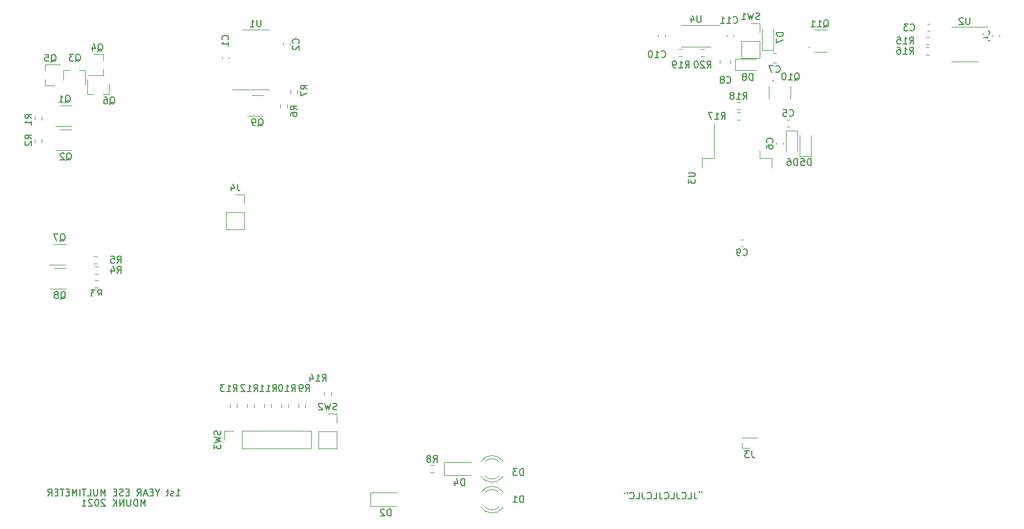
<source format=gbo>
G04 #@! TF.GenerationSoftware,KiCad,Pcbnew,(5.1.10-1-10_14)*
G04 #@! TF.CreationDate,2021-10-15T12:17:32-04:00*
G04 #@! TF.ProjectId,Multimeter,4d756c74-696d-4657-9465-722e6b696361,rev?*
G04 #@! TF.SameCoordinates,Original*
G04 #@! TF.FileFunction,Legend,Bot*
G04 #@! TF.FilePolarity,Positive*
%FSLAX46Y46*%
G04 Gerber Fmt 4.6, Leading zero omitted, Abs format (unit mm)*
G04 Created by KiCad (PCBNEW (5.1.10-1-10_14)) date 2021-10-15 12:17:32*
%MOMM*%
%LPD*%
G01*
G04 APERTURE LIST*
%ADD10C,0.150000*%
%ADD11C,0.120000*%
%ADD12C,6.400000*%
%ADD13C,3.200000*%
%ADD14R,0.900000X1.200000*%
%ADD15R,0.635000X0.381000*%
%ADD16R,0.381000X0.635000*%
%ADD17R,2.000000X0.650000*%
%ADD18O,1.700000X1.700000*%
%ADD19R,1.700000X1.700000*%
%ADD20R,10.800000X9.400000*%
%ADD21R,1.100000X4.600000*%
%ADD22C,5.600000*%
%ADD23R,1.000000X1.000000*%
%ADD24C,1.800000*%
%ADD25R,1.800000X1.800000*%
%ADD26R,0.900000X0.800000*%
%ADD27C,0.900000*%
%ADD28C,10.600000*%
%ADD29R,0.800000X0.900000*%
%ADD30C,1.440000*%
G04 APERTURE END LIST*
D10*
X185880952Y-96000000D02*
X185880952Y-95952380D01*
X185833333Y-95857142D01*
X185785714Y-95809523D01*
X186261904Y-96000000D02*
X186261904Y-95952380D01*
X186214285Y-95857142D01*
X186166666Y-95809523D01*
X185119047Y-95952380D02*
X185119047Y-96666666D01*
X185166666Y-96809523D01*
X185261904Y-96904761D01*
X185404761Y-96952380D01*
X185500000Y-96952380D01*
X184166666Y-96952380D02*
X184642857Y-96952380D01*
X184642857Y-95952380D01*
X183261904Y-96857142D02*
X183309523Y-96904761D01*
X183452380Y-96952380D01*
X183547619Y-96952380D01*
X183690476Y-96904761D01*
X183785714Y-96809523D01*
X183833333Y-96714285D01*
X183880952Y-96523809D01*
X183880952Y-96380952D01*
X183833333Y-96190476D01*
X183785714Y-96095238D01*
X183690476Y-96000000D01*
X183547619Y-95952380D01*
X183452380Y-95952380D01*
X183309523Y-96000000D01*
X183261904Y-96047619D01*
X182547619Y-95952380D02*
X182547619Y-96666666D01*
X182595238Y-96809523D01*
X182690476Y-96904761D01*
X182833333Y-96952380D01*
X182928571Y-96952380D01*
X181595238Y-96952380D02*
X182071428Y-96952380D01*
X182071428Y-95952380D01*
X180690476Y-96857142D02*
X180738095Y-96904761D01*
X180880952Y-96952380D01*
X180976190Y-96952380D01*
X181119047Y-96904761D01*
X181214285Y-96809523D01*
X181261904Y-96714285D01*
X181309523Y-96523809D01*
X181309523Y-96380952D01*
X181261904Y-96190476D01*
X181214285Y-96095238D01*
X181119047Y-96000000D01*
X180976190Y-95952380D01*
X180880952Y-95952380D01*
X180738095Y-96000000D01*
X180690476Y-96047619D01*
X179976190Y-95952380D02*
X179976190Y-96666666D01*
X180023809Y-96809523D01*
X180119047Y-96904761D01*
X180261904Y-96952380D01*
X180357142Y-96952380D01*
X179023809Y-96952380D02*
X179500000Y-96952380D01*
X179500000Y-95952380D01*
X178119047Y-96857142D02*
X178166666Y-96904761D01*
X178309523Y-96952380D01*
X178404761Y-96952380D01*
X178547619Y-96904761D01*
X178642857Y-96809523D01*
X178690476Y-96714285D01*
X178738095Y-96523809D01*
X178738095Y-96380952D01*
X178690476Y-96190476D01*
X178642857Y-96095238D01*
X178547619Y-96000000D01*
X178404761Y-95952380D01*
X178309523Y-95952380D01*
X178166666Y-96000000D01*
X178119047Y-96047619D01*
X177404761Y-95952380D02*
X177404761Y-96666666D01*
X177452380Y-96809523D01*
X177547619Y-96904761D01*
X177690476Y-96952380D01*
X177785714Y-96952380D01*
X176452380Y-96952380D02*
X176928571Y-96952380D01*
X176928571Y-95952380D01*
X175547619Y-96857142D02*
X175595238Y-96904761D01*
X175738095Y-96952380D01*
X175833333Y-96952380D01*
X175976190Y-96904761D01*
X176071428Y-96809523D01*
X176119047Y-96714285D01*
X176166666Y-96523809D01*
X176166666Y-96380952D01*
X176119047Y-96190476D01*
X176071428Y-96095238D01*
X175976190Y-96000000D01*
X175833333Y-95952380D01*
X175738095Y-95952380D01*
X175595238Y-96000000D01*
X175547619Y-96047619D01*
X175119047Y-95952380D02*
X175119047Y-96000000D01*
X175166666Y-96095238D01*
X175214285Y-96142857D01*
X174738095Y-95952380D02*
X174738095Y-96000000D01*
X174785714Y-96095238D01*
X174833333Y-96142857D01*
X108214285Y-96452380D02*
X108785714Y-96452380D01*
X108500000Y-96452380D02*
X108500000Y-95452380D01*
X108595238Y-95595238D01*
X108690476Y-95690476D01*
X108785714Y-95738095D01*
X107833333Y-96404761D02*
X107738095Y-96452380D01*
X107547619Y-96452380D01*
X107452380Y-96404761D01*
X107404761Y-96309523D01*
X107404761Y-96261904D01*
X107452380Y-96166666D01*
X107547619Y-96119047D01*
X107690476Y-96119047D01*
X107785714Y-96071428D01*
X107833333Y-95976190D01*
X107833333Y-95928571D01*
X107785714Y-95833333D01*
X107690476Y-95785714D01*
X107547619Y-95785714D01*
X107452380Y-95833333D01*
X107119047Y-95785714D02*
X106738095Y-95785714D01*
X106976190Y-95452380D02*
X106976190Y-96309523D01*
X106928571Y-96404761D01*
X106833333Y-96452380D01*
X106738095Y-96452380D01*
X105452380Y-95976190D02*
X105452380Y-96452380D01*
X105785714Y-95452380D02*
X105452380Y-95976190D01*
X105119047Y-95452380D01*
X104785714Y-95928571D02*
X104452380Y-95928571D01*
X104309523Y-96452380D02*
X104785714Y-96452380D01*
X104785714Y-95452380D01*
X104309523Y-95452380D01*
X103928571Y-96166666D02*
X103452380Y-96166666D01*
X104023809Y-96452380D02*
X103690476Y-95452380D01*
X103357142Y-96452380D01*
X102452380Y-96452380D02*
X102785714Y-95976190D01*
X103023809Y-96452380D02*
X103023809Y-95452380D01*
X102642857Y-95452380D01*
X102547619Y-95500000D01*
X102500000Y-95547619D01*
X102452380Y-95642857D01*
X102452380Y-95785714D01*
X102500000Y-95880952D01*
X102547619Y-95928571D01*
X102642857Y-95976190D01*
X103023809Y-95976190D01*
X101261904Y-95928571D02*
X100928571Y-95928571D01*
X100785714Y-96452380D02*
X101261904Y-96452380D01*
X101261904Y-95452380D01*
X100785714Y-95452380D01*
X100404761Y-96404761D02*
X100261904Y-96452380D01*
X100023809Y-96452380D01*
X99928571Y-96404761D01*
X99880952Y-96357142D01*
X99833333Y-96261904D01*
X99833333Y-96166666D01*
X99880952Y-96071428D01*
X99928571Y-96023809D01*
X100023809Y-95976190D01*
X100214285Y-95928571D01*
X100309523Y-95880952D01*
X100357142Y-95833333D01*
X100404761Y-95738095D01*
X100404761Y-95642857D01*
X100357142Y-95547619D01*
X100309523Y-95500000D01*
X100214285Y-95452380D01*
X99976190Y-95452380D01*
X99833333Y-95500000D01*
X99404761Y-95928571D02*
X99071428Y-95928571D01*
X98928571Y-96452380D02*
X99404761Y-96452380D01*
X99404761Y-95452380D01*
X98928571Y-95452380D01*
X97738095Y-96452380D02*
X97738095Y-95452380D01*
X97404761Y-96166666D01*
X97071428Y-95452380D01*
X97071428Y-96452380D01*
X96595238Y-95452380D02*
X96595238Y-96261904D01*
X96547619Y-96357142D01*
X96500000Y-96404761D01*
X96404761Y-96452380D01*
X96214285Y-96452380D01*
X96119047Y-96404761D01*
X96071428Y-96357142D01*
X96023809Y-96261904D01*
X96023809Y-95452380D01*
X95071428Y-96452380D02*
X95547619Y-96452380D01*
X95547619Y-95452380D01*
X94880952Y-95452380D02*
X94309523Y-95452380D01*
X94595238Y-96452380D02*
X94595238Y-95452380D01*
X93976190Y-96452380D02*
X93976190Y-95452380D01*
X93500000Y-96452380D02*
X93500000Y-95452380D01*
X93166666Y-96166666D01*
X92833333Y-95452380D01*
X92833333Y-96452380D01*
X92357142Y-95928571D02*
X92023809Y-95928571D01*
X91880952Y-96452380D02*
X92357142Y-96452380D01*
X92357142Y-95452380D01*
X91880952Y-95452380D01*
X91595238Y-95452380D02*
X91023809Y-95452380D01*
X91309523Y-96452380D02*
X91309523Y-95452380D01*
X90690476Y-95928571D02*
X90357142Y-95928571D01*
X90214285Y-96452380D02*
X90690476Y-96452380D01*
X90690476Y-95452380D01*
X90214285Y-95452380D01*
X89214285Y-96452380D02*
X89547619Y-95976190D01*
X89785714Y-96452380D02*
X89785714Y-95452380D01*
X89404761Y-95452380D01*
X89309523Y-95500000D01*
X89261904Y-95547619D01*
X89214285Y-95642857D01*
X89214285Y-95785714D01*
X89261904Y-95880952D01*
X89309523Y-95928571D01*
X89404761Y-95976190D01*
X89785714Y-95976190D01*
X103666666Y-97988380D02*
X103666666Y-96988380D01*
X103333333Y-97702666D01*
X103000000Y-96988380D01*
X103000000Y-97988380D01*
X102523809Y-97988380D02*
X102523809Y-96988380D01*
X102285714Y-96988380D01*
X102142857Y-97036000D01*
X102047619Y-97131238D01*
X101999999Y-97226476D01*
X101952380Y-97416952D01*
X101952380Y-97559809D01*
X101999999Y-97750285D01*
X102047619Y-97845523D01*
X102142857Y-97940761D01*
X102285714Y-97988380D01*
X102523809Y-97988380D01*
X101523809Y-96988380D02*
X101523809Y-97797904D01*
X101476190Y-97893142D01*
X101428571Y-97940761D01*
X101333333Y-97988380D01*
X101142857Y-97988380D01*
X101047619Y-97940761D01*
X100999999Y-97893142D01*
X100952380Y-97797904D01*
X100952380Y-96988380D01*
X100476190Y-97988380D02*
X100476190Y-96988380D01*
X99904761Y-97988380D01*
X99904761Y-96988380D01*
X99428571Y-97988380D02*
X99428571Y-96988380D01*
X98857142Y-97988380D02*
X99285714Y-97416952D01*
X98857142Y-96988380D02*
X99428571Y-97559809D01*
X97714285Y-97083619D02*
X97666666Y-97036000D01*
X97571428Y-96988380D01*
X97333333Y-96988380D01*
X97238095Y-97036000D01*
X97190476Y-97083619D01*
X97142857Y-97178857D01*
X97142857Y-97274095D01*
X97190476Y-97416952D01*
X97761904Y-97988380D01*
X97142857Y-97988380D01*
X96523809Y-96988380D02*
X96428571Y-96988380D01*
X96333333Y-97036000D01*
X96285714Y-97083619D01*
X96238095Y-97178857D01*
X96190476Y-97369333D01*
X96190476Y-97607428D01*
X96238095Y-97797904D01*
X96285714Y-97893142D01*
X96333333Y-97940761D01*
X96428571Y-97988380D01*
X96523809Y-97988380D01*
X96619047Y-97940761D01*
X96666666Y-97893142D01*
X96714285Y-97797904D01*
X96761904Y-97607428D01*
X96761904Y-97369333D01*
X96714285Y-97178857D01*
X96666666Y-97083619D01*
X96619047Y-97036000D01*
X96523809Y-96988380D01*
X95809523Y-97083619D02*
X95761904Y-97036000D01*
X95666666Y-96988380D01*
X95428571Y-96988380D01*
X95333333Y-97036000D01*
X95285714Y-97083619D01*
X95238095Y-97178857D01*
X95238095Y-97274095D01*
X95285714Y-97416952D01*
X95857142Y-97988380D01*
X95238095Y-97988380D01*
X94285714Y-97988380D02*
X94857142Y-97988380D01*
X94571428Y-97988380D02*
X94571428Y-96988380D01*
X94666666Y-97131238D01*
X94761904Y-97226476D01*
X94857142Y-97274095D01*
D11*
X137100000Y-98000000D02*
X141000000Y-98000000D01*
X137100000Y-96000000D02*
X141000000Y-96000000D01*
X137100000Y-98000000D02*
X137100000Y-96000000D01*
X96175276Y-64501500D02*
X96684724Y-64501500D01*
X96175276Y-65546500D02*
X96684724Y-65546500D01*
X202944900Y-27348400D02*
X204799100Y-27348400D01*
X204799100Y-30599600D02*
X202944900Y-30599600D01*
X202213507Y-29948979D02*
G75*
G03*
X202213507Y-29948979I-76200J0D01*
G01*
X199401600Y-35666900D02*
X199401600Y-37521100D01*
X196150400Y-37521100D02*
X196150400Y-35666900D01*
X196877221Y-34859307D02*
G75*
G03*
X196877221Y-34859307I-76200J0D01*
G01*
X121186000Y-40136000D02*
X118756000Y-40136000D01*
X119426000Y-37066000D02*
X121186000Y-37066000D01*
X225208000Y-26922000D02*
X228658000Y-26922000D01*
X225208000Y-26922000D02*
X223258000Y-26922000D01*
X225208000Y-32042000D02*
X227158000Y-32042000D01*
X225208000Y-32042000D02*
X223258000Y-32042000D01*
X194788000Y-31574000D02*
X192128000Y-31574000D01*
X194788000Y-28974000D02*
X194788000Y-31574000D01*
X192128000Y-28974000D02*
X192128000Y-31574000D01*
X194788000Y-28974000D02*
X192128000Y-28974000D01*
X194788000Y-27704000D02*
X194788000Y-26374000D01*
X194788000Y-26374000D02*
X193458000Y-26374000D01*
X90978000Y-42146000D02*
X92738000Y-42146000D01*
X92738000Y-45216000D02*
X90308000Y-45216000D01*
X87271500Y-44111224D02*
X87271500Y-43601776D01*
X88316500Y-44111224D02*
X88316500Y-43601776D01*
X115420000Y-86826000D02*
X115420000Y-88156000D01*
X116750000Y-86826000D02*
X115420000Y-86826000D01*
X118020000Y-86826000D02*
X118020000Y-89486000D01*
X118020000Y-89486000D02*
X128240000Y-89486000D01*
X118020000Y-86826000D02*
X128240000Y-86826000D01*
X128240000Y-86826000D02*
X128240000Y-89486000D01*
X185330000Y-29822000D02*
X183130000Y-29822000D01*
X185330000Y-29822000D02*
X187530000Y-29822000D01*
X185330000Y-26602000D02*
X183130000Y-26602000D01*
X185330000Y-26602000D02*
X188930000Y-26602000D01*
X186226000Y-47844000D02*
X186226000Y-46344000D01*
X186226000Y-46344000D02*
X188036000Y-46344000D01*
X188036000Y-46344000D02*
X188036000Y-41219000D01*
X196626000Y-47844000D02*
X196626000Y-46344000D01*
X196626000Y-46344000D02*
X194816000Y-46344000D01*
X194816000Y-46344000D02*
X194816000Y-45244000D01*
X190920000Y-28358267D02*
X190920000Y-28065733D01*
X189900000Y-28358267D02*
X189900000Y-28065733D01*
X132050000Y-84286000D02*
X130720000Y-84286000D01*
X132050000Y-85616000D02*
X132050000Y-84286000D01*
X132050000Y-86886000D02*
X129390000Y-86886000D01*
X129390000Y-86886000D02*
X129390000Y-89486000D01*
X132050000Y-86886000D02*
X132050000Y-89486000D01*
X132050000Y-89486000D02*
X129390000Y-89486000D01*
X148028000Y-93474000D02*
X151928000Y-93474000D01*
X148028000Y-91474000D02*
X151928000Y-91474000D01*
X148028000Y-93474000D02*
X148028000Y-91474000D01*
X118334000Y-51774000D02*
X117004000Y-51774000D01*
X118334000Y-53104000D02*
X118334000Y-51774000D01*
X118334000Y-54374000D02*
X115674000Y-54374000D01*
X115674000Y-54374000D02*
X115674000Y-56974000D01*
X118334000Y-54374000D02*
X118334000Y-56974000D01*
X118334000Y-56974000D02*
X115674000Y-56974000D01*
X87271500Y-40658724D02*
X87271500Y-40149276D01*
X88316500Y-40658724D02*
X88316500Y-40149276D01*
X91880000Y-65790000D02*
X89450000Y-65790000D01*
X90120000Y-62720000D02*
X91880000Y-62720000D01*
X120052000Y-36203000D02*
X116602000Y-36203000D01*
X120052000Y-36203000D02*
X122002000Y-36203000D01*
X120052000Y-27333000D02*
X118102000Y-27333000D01*
X120052000Y-27333000D02*
X122002000Y-27333000D01*
X186600724Y-31274500D02*
X186091276Y-31274500D01*
X186600724Y-30229500D02*
X186091276Y-30229500D01*
X183298724Y-31274500D02*
X182789276Y-31274500D01*
X183298724Y-30229500D02*
X182789276Y-30229500D01*
X191934724Y-39148500D02*
X191425276Y-39148500D01*
X191934724Y-38103500D02*
X191425276Y-38103500D01*
X191425276Y-39627500D02*
X191934724Y-39627500D01*
X191425276Y-40672500D02*
X191934724Y-40672500D01*
X219455276Y-29957500D02*
X219964724Y-29957500D01*
X219455276Y-31002500D02*
X219964724Y-31002500D01*
X219455276Y-28451500D02*
X219964724Y-28451500D01*
X219455276Y-29496500D02*
X219964724Y-29496500D01*
X131242500Y-81043276D02*
X131242500Y-81552724D01*
X130197500Y-81043276D02*
X130197500Y-81552724D01*
X117272500Y-82821276D02*
X117272500Y-83330724D01*
X116227500Y-82821276D02*
X116227500Y-83330724D01*
X119812500Y-82821276D02*
X119812500Y-83330724D01*
X118767500Y-82821276D02*
X118767500Y-83330724D01*
X122352500Y-82821276D02*
X122352500Y-83330724D01*
X121307500Y-82821276D02*
X121307500Y-83330724D01*
X124892500Y-82821276D02*
X124892500Y-83330724D01*
X123847500Y-82821276D02*
X123847500Y-83330724D01*
X127432500Y-82821276D02*
X127432500Y-83330724D01*
X126387500Y-82821276D02*
X126387500Y-83330724D01*
X146468724Y-92996500D02*
X145959276Y-92996500D01*
X146468724Y-91951500D02*
X145959276Y-91951500D01*
X126252500Y-36321276D02*
X126252500Y-36830724D01*
X125207500Y-36321276D02*
X125207500Y-36830724D01*
X124728500Y-38371276D02*
X124728500Y-38880724D01*
X123683500Y-38371276D02*
X123683500Y-38880724D01*
X96011276Y-60945500D02*
X96520724Y-60945500D01*
X96011276Y-61990500D02*
X96520724Y-61990500D01*
X96175276Y-62487500D02*
X96684724Y-62487500D01*
X96175276Y-63532500D02*
X96684724Y-63532500D01*
X91849000Y-62234000D02*
X89419000Y-62234000D01*
X90089000Y-59164000D02*
X91849000Y-59164000D01*
X92738000Y-41660000D02*
X90308000Y-41660000D01*
X90978000Y-38590000D02*
X92738000Y-38590000D01*
X191140000Y-33362000D02*
X194290000Y-33362000D01*
X191140000Y-31662000D02*
X194290000Y-31662000D01*
X191140000Y-33362000D02*
X191140000Y-31662000D01*
X196848000Y-30366000D02*
X196848000Y-27216000D01*
X195148000Y-30366000D02*
X195148000Y-27216000D01*
X196848000Y-30366000D02*
X195148000Y-30366000D01*
X198704000Y-42314000D02*
X198704000Y-45464000D01*
X200404000Y-42314000D02*
X200404000Y-45464000D01*
X198704000Y-42314000D02*
X200404000Y-42314000D01*
X202436000Y-46114000D02*
X202436000Y-42964000D01*
X200736000Y-46114000D02*
X200736000Y-42964000D01*
X202436000Y-46114000D02*
X200736000Y-46114000D01*
X156664000Y-98126000D02*
X156664000Y-98282000D01*
X156664000Y-95810000D02*
X156664000Y-95966000D01*
X154062870Y-98125837D02*
G75*
G03*
X156144961Y-98126000I1041130J1079837D01*
G01*
X154062870Y-95966163D02*
G75*
G02*
X156144961Y-95966000I1041130J-1079837D01*
G01*
X153431665Y-98124608D02*
G75*
G03*
X156664000Y-98281516I1672335J1078608D01*
G01*
X153431665Y-95967392D02*
G75*
G02*
X156664000Y-95810484I1672335J-1078608D01*
G01*
X179740000Y-28358267D02*
X179740000Y-28065733D01*
X180760000Y-28358267D02*
X180760000Y-28065733D01*
X192041733Y-58436000D02*
X192334267Y-58436000D01*
X192041733Y-59456000D02*
X192334267Y-59456000D01*
X190383000Y-31760748D02*
X190383000Y-32283252D01*
X188913000Y-31760748D02*
X188913000Y-32283252D01*
X196774248Y-30779000D02*
X197296752Y-30779000D01*
X196774248Y-32249000D02*
X197296752Y-32249000D01*
X198286000Y-44067733D02*
X198286000Y-44360267D01*
X197266000Y-44067733D02*
X197266000Y-44360267D01*
X199192267Y-41676000D02*
X198899733Y-41676000D01*
X199192267Y-40656000D02*
X198899733Y-40656000D01*
X230380000Y-28047733D02*
X230380000Y-28340267D01*
X229360000Y-28047733D02*
X229360000Y-28340267D01*
X220020267Y-27452000D02*
X219727733Y-27452000D01*
X220020267Y-26432000D02*
X219727733Y-26432000D01*
X124114000Y-29628267D02*
X124114000Y-29335733D01*
X125134000Y-29628267D02*
X125134000Y-29335733D01*
X116080000Y-31349733D02*
X116080000Y-31642267D01*
X115060000Y-31349733D02*
X115060000Y-31642267D01*
X192184000Y-87886000D02*
X194404000Y-87886000D01*
X192184000Y-87886000D02*
X192184000Y-87951000D01*
X194404000Y-87886000D02*
X194404000Y-87951000D01*
X192184000Y-87886000D02*
X192730529Y-87886000D01*
X193857471Y-87886000D02*
X194404000Y-87886000D01*
X192184000Y-88646000D02*
X192184000Y-89406000D01*
X192184000Y-89406000D02*
X193294000Y-89406000D01*
X97444000Y-30950000D02*
X97444000Y-31880000D01*
X97444000Y-34110000D02*
X97444000Y-33180000D01*
X97444000Y-34110000D02*
X95284000Y-34110000D01*
X97444000Y-30950000D02*
X95984000Y-30950000D01*
X156664000Y-91238000D02*
X156664000Y-91394000D01*
X156664000Y-93554000D02*
X156664000Y-93710000D01*
X154062870Y-93553837D02*
G75*
G03*
X156144961Y-93554000I1041130J1079837D01*
G01*
X154062870Y-91394163D02*
G75*
G02*
X156144961Y-91394000I1041130J-1079837D01*
G01*
X153431665Y-93552608D02*
G75*
G03*
X156664000Y-93709516I1672335J1078608D01*
G01*
X153431665Y-91395392D02*
G75*
G02*
X156664000Y-91238484I1672335J-1078608D01*
G01*
X91548000Y-33294000D02*
X92478000Y-33294000D01*
X94708000Y-33294000D02*
X93778000Y-33294000D01*
X94708000Y-33294000D02*
X94708000Y-35454000D01*
X91548000Y-33294000D02*
X91548000Y-34754000D01*
X88812000Y-35634000D02*
X90272000Y-35634000D01*
X88812000Y-32474000D02*
X90972000Y-32474000D01*
X88812000Y-32474000D02*
X88812000Y-33404000D01*
X88812000Y-35634000D02*
X88812000Y-34704000D01*
X98264000Y-36846000D02*
X97334000Y-36846000D01*
X95104000Y-36846000D02*
X96034000Y-36846000D01*
X95104000Y-36846000D02*
X95104000Y-34686000D01*
X98264000Y-36846000D02*
X98264000Y-35386000D01*
D10*
X140088095Y-99452380D02*
X140088095Y-98452380D01*
X139850000Y-98452380D01*
X139707142Y-98500000D01*
X139611904Y-98595238D01*
X139564285Y-98690476D01*
X139516666Y-98880952D01*
X139516666Y-99023809D01*
X139564285Y-99214285D01*
X139611904Y-99309523D01*
X139707142Y-99404761D01*
X139850000Y-99452380D01*
X140088095Y-99452380D01*
X139135714Y-98547619D02*
X139088095Y-98500000D01*
X138992857Y-98452380D01*
X138754761Y-98452380D01*
X138659523Y-98500000D01*
X138611904Y-98547619D01*
X138564285Y-98642857D01*
X138564285Y-98738095D01*
X138611904Y-98880952D01*
X139183333Y-99452380D01*
X138564285Y-99452380D01*
X96596666Y-66906380D02*
X96930000Y-66430190D01*
X97168095Y-66906380D02*
X97168095Y-65906380D01*
X96787142Y-65906380D01*
X96691904Y-65954000D01*
X96644285Y-66001619D01*
X96596666Y-66096857D01*
X96596666Y-66239714D01*
X96644285Y-66334952D01*
X96691904Y-66382571D01*
X96787142Y-66430190D01*
X97168095Y-66430190D01*
X96263333Y-65906380D02*
X95644285Y-65906380D01*
X95977619Y-66287333D01*
X95834761Y-66287333D01*
X95739523Y-66334952D01*
X95691904Y-66382571D01*
X95644285Y-66477809D01*
X95644285Y-66715904D01*
X95691904Y-66811142D01*
X95739523Y-66858761D01*
X95834761Y-66906380D01*
X96120476Y-66906380D01*
X96215714Y-66858761D01*
X96263333Y-66811142D01*
X204279428Y-26963619D02*
X204374666Y-26916000D01*
X204469904Y-26820761D01*
X204612761Y-26677904D01*
X204708000Y-26630285D01*
X204803238Y-26630285D01*
X204755619Y-26868380D02*
X204850857Y-26820761D01*
X204946095Y-26725523D01*
X204993714Y-26535047D01*
X204993714Y-26201714D01*
X204946095Y-26011238D01*
X204850857Y-25916000D01*
X204755619Y-25868380D01*
X204565142Y-25868380D01*
X204469904Y-25916000D01*
X204374666Y-26011238D01*
X204327047Y-26201714D01*
X204327047Y-26535047D01*
X204374666Y-26725523D01*
X204469904Y-26820761D01*
X204565142Y-26868380D01*
X204755619Y-26868380D01*
X203374666Y-26868380D02*
X203946095Y-26868380D01*
X203660380Y-26868380D02*
X203660380Y-25868380D01*
X203755619Y-26011238D01*
X203850857Y-26106476D01*
X203946095Y-26154095D01*
X202422285Y-26868380D02*
X202993714Y-26868380D01*
X202708000Y-26868380D02*
X202708000Y-25868380D01*
X202803238Y-26011238D01*
X202898476Y-26106476D01*
X202993714Y-26154095D01*
X199961428Y-34837619D02*
X200056666Y-34790000D01*
X200151904Y-34694761D01*
X200294761Y-34551904D01*
X200390000Y-34504285D01*
X200485238Y-34504285D01*
X200437619Y-34742380D02*
X200532857Y-34694761D01*
X200628095Y-34599523D01*
X200675714Y-34409047D01*
X200675714Y-34075714D01*
X200628095Y-33885238D01*
X200532857Y-33790000D01*
X200437619Y-33742380D01*
X200247142Y-33742380D01*
X200151904Y-33790000D01*
X200056666Y-33885238D01*
X200009047Y-34075714D01*
X200009047Y-34409047D01*
X200056666Y-34599523D01*
X200151904Y-34694761D01*
X200247142Y-34742380D01*
X200437619Y-34742380D01*
X199056666Y-34742380D02*
X199628095Y-34742380D01*
X199342380Y-34742380D02*
X199342380Y-33742380D01*
X199437619Y-33885238D01*
X199532857Y-33980476D01*
X199628095Y-34028095D01*
X198437619Y-33742380D02*
X198342380Y-33742380D01*
X198247142Y-33790000D01*
X198199523Y-33837619D01*
X198151904Y-33932857D01*
X198104285Y-34123333D01*
X198104285Y-34361428D01*
X198151904Y-34551904D01*
X198199523Y-34647142D01*
X198247142Y-34694761D01*
X198342380Y-34742380D01*
X198437619Y-34742380D01*
X198532857Y-34694761D01*
X198580476Y-34647142D01*
X198628095Y-34551904D01*
X198675714Y-34361428D01*
X198675714Y-34123333D01*
X198628095Y-33932857D01*
X198580476Y-33837619D01*
X198532857Y-33790000D01*
X198437619Y-33742380D01*
X120401238Y-41623619D02*
X120496476Y-41576000D01*
X120591714Y-41480761D01*
X120734571Y-41337904D01*
X120829809Y-41290285D01*
X120925047Y-41290285D01*
X120877428Y-41528380D02*
X120972666Y-41480761D01*
X121067904Y-41385523D01*
X121115523Y-41195047D01*
X121115523Y-40861714D01*
X121067904Y-40671238D01*
X120972666Y-40576000D01*
X120877428Y-40528380D01*
X120686952Y-40528380D01*
X120591714Y-40576000D01*
X120496476Y-40671238D01*
X120448857Y-40861714D01*
X120448857Y-41195047D01*
X120496476Y-41385523D01*
X120591714Y-41480761D01*
X120686952Y-41528380D01*
X120877428Y-41528380D01*
X119972666Y-41528380D02*
X119782190Y-41528380D01*
X119686952Y-41480761D01*
X119639333Y-41433142D01*
X119544095Y-41290285D01*
X119496476Y-41099809D01*
X119496476Y-40718857D01*
X119544095Y-40623619D01*
X119591714Y-40576000D01*
X119686952Y-40528380D01*
X119877428Y-40528380D01*
X119972666Y-40576000D01*
X120020285Y-40623619D01*
X120067904Y-40718857D01*
X120067904Y-40956952D01*
X120020285Y-41052190D01*
X119972666Y-41099809D01*
X119877428Y-41147428D01*
X119686952Y-41147428D01*
X119591714Y-41099809D01*
X119544095Y-41052190D01*
X119496476Y-40956952D01*
X225969904Y-25534380D02*
X225969904Y-26343904D01*
X225922285Y-26439142D01*
X225874666Y-26486761D01*
X225779428Y-26534380D01*
X225588952Y-26534380D01*
X225493714Y-26486761D01*
X225446095Y-26439142D01*
X225398476Y-26343904D01*
X225398476Y-25534380D01*
X224969904Y-25629619D02*
X224922285Y-25582000D01*
X224827047Y-25534380D01*
X224588952Y-25534380D01*
X224493714Y-25582000D01*
X224446095Y-25629619D01*
X224398476Y-25724857D01*
X224398476Y-25820095D01*
X224446095Y-25962952D01*
X225017523Y-26534380D01*
X224398476Y-26534380D01*
X194791333Y-25778761D02*
X194648476Y-25826380D01*
X194410380Y-25826380D01*
X194315142Y-25778761D01*
X194267523Y-25731142D01*
X194219904Y-25635904D01*
X194219904Y-25540666D01*
X194267523Y-25445428D01*
X194315142Y-25397809D01*
X194410380Y-25350190D01*
X194600857Y-25302571D01*
X194696095Y-25254952D01*
X194743714Y-25207333D01*
X194791333Y-25112095D01*
X194791333Y-25016857D01*
X194743714Y-24921619D01*
X194696095Y-24874000D01*
X194600857Y-24826380D01*
X194362761Y-24826380D01*
X194219904Y-24874000D01*
X193886571Y-24826380D02*
X193648476Y-25826380D01*
X193458000Y-25112095D01*
X193267523Y-25826380D01*
X193029428Y-24826380D01*
X192124666Y-25826380D02*
X192696095Y-25826380D01*
X192410380Y-25826380D02*
X192410380Y-24826380D01*
X192505619Y-24969238D01*
X192600857Y-25064476D01*
X192696095Y-25112095D01*
X91953238Y-46703619D02*
X92048476Y-46656000D01*
X92143714Y-46560761D01*
X92286571Y-46417904D01*
X92381809Y-46370285D01*
X92477047Y-46370285D01*
X92429428Y-46608380D02*
X92524666Y-46560761D01*
X92619904Y-46465523D01*
X92667523Y-46275047D01*
X92667523Y-45941714D01*
X92619904Y-45751238D01*
X92524666Y-45656000D01*
X92429428Y-45608380D01*
X92238952Y-45608380D01*
X92143714Y-45656000D01*
X92048476Y-45751238D01*
X92000857Y-45941714D01*
X92000857Y-46275047D01*
X92048476Y-46465523D01*
X92143714Y-46560761D01*
X92238952Y-46608380D01*
X92429428Y-46608380D01*
X91619904Y-45703619D02*
X91572285Y-45656000D01*
X91477047Y-45608380D01*
X91238952Y-45608380D01*
X91143714Y-45656000D01*
X91096095Y-45703619D01*
X91048476Y-45798857D01*
X91048476Y-45894095D01*
X91096095Y-46036952D01*
X91667523Y-46608380D01*
X91048476Y-46608380D01*
X86812380Y-43521333D02*
X86336190Y-43188000D01*
X86812380Y-42949904D02*
X85812380Y-42949904D01*
X85812380Y-43330857D01*
X85860000Y-43426095D01*
X85907619Y-43473714D01*
X86002857Y-43521333D01*
X86145714Y-43521333D01*
X86240952Y-43473714D01*
X86288571Y-43426095D01*
X86336190Y-43330857D01*
X86336190Y-42949904D01*
X85907619Y-43902285D02*
X85860000Y-43949904D01*
X85812380Y-44045142D01*
X85812380Y-44283238D01*
X85860000Y-44378476D01*
X85907619Y-44426095D01*
X86002857Y-44473714D01*
X86098095Y-44473714D01*
X86240952Y-44426095D01*
X86812380Y-43854666D01*
X86812380Y-44473714D01*
X114824761Y-86822666D02*
X114872380Y-86965523D01*
X114872380Y-87203619D01*
X114824761Y-87298857D01*
X114777142Y-87346476D01*
X114681904Y-87394095D01*
X114586666Y-87394095D01*
X114491428Y-87346476D01*
X114443809Y-87298857D01*
X114396190Y-87203619D01*
X114348571Y-87013142D01*
X114300952Y-86917904D01*
X114253333Y-86870285D01*
X114158095Y-86822666D01*
X114062857Y-86822666D01*
X113967619Y-86870285D01*
X113920000Y-86917904D01*
X113872380Y-87013142D01*
X113872380Y-87251238D01*
X113920000Y-87394095D01*
X113872380Y-87727428D02*
X114872380Y-87965523D01*
X114158095Y-88156000D01*
X114872380Y-88346476D01*
X113872380Y-88584571D01*
X113872380Y-88870285D02*
X113872380Y-89489333D01*
X114253333Y-89156000D01*
X114253333Y-89298857D01*
X114300952Y-89394095D01*
X114348571Y-89441714D01*
X114443809Y-89489333D01*
X114681904Y-89489333D01*
X114777142Y-89441714D01*
X114824761Y-89394095D01*
X114872380Y-89298857D01*
X114872380Y-89013142D01*
X114824761Y-88917904D01*
X114777142Y-88870285D01*
X186091904Y-25214380D02*
X186091904Y-26023904D01*
X186044285Y-26119142D01*
X185996666Y-26166761D01*
X185901428Y-26214380D01*
X185710952Y-26214380D01*
X185615714Y-26166761D01*
X185568095Y-26119142D01*
X185520476Y-26023904D01*
X185520476Y-25214380D01*
X184615714Y-25547714D02*
X184615714Y-26214380D01*
X184853809Y-25166761D02*
X185091904Y-25881047D01*
X184472857Y-25881047D01*
X184228380Y-48532095D02*
X185037904Y-48532095D01*
X185133142Y-48579714D01*
X185180761Y-48627333D01*
X185228380Y-48722571D01*
X185228380Y-48913047D01*
X185180761Y-49008285D01*
X185133142Y-49055904D01*
X185037904Y-49103523D01*
X184228380Y-49103523D01*
X184228380Y-49484476D02*
X184228380Y-50103523D01*
X184609333Y-49770190D01*
X184609333Y-49913047D01*
X184656952Y-50008285D01*
X184704571Y-50055904D01*
X184799809Y-50103523D01*
X185037904Y-50103523D01*
X185133142Y-50055904D01*
X185180761Y-50008285D01*
X185228380Y-49913047D01*
X185228380Y-49627333D01*
X185180761Y-49532095D01*
X185133142Y-49484476D01*
X190888857Y-26265142D02*
X190936476Y-26312761D01*
X191079333Y-26360380D01*
X191174571Y-26360380D01*
X191317428Y-26312761D01*
X191412666Y-26217523D01*
X191460285Y-26122285D01*
X191507904Y-25931809D01*
X191507904Y-25788952D01*
X191460285Y-25598476D01*
X191412666Y-25503238D01*
X191317428Y-25408000D01*
X191174571Y-25360380D01*
X191079333Y-25360380D01*
X190936476Y-25408000D01*
X190888857Y-25455619D01*
X189936476Y-26360380D02*
X190507904Y-26360380D01*
X190222190Y-26360380D02*
X190222190Y-25360380D01*
X190317428Y-25503238D01*
X190412666Y-25598476D01*
X190507904Y-25646095D01*
X188984095Y-26360380D02*
X189555523Y-26360380D01*
X189269809Y-26360380D02*
X189269809Y-25360380D01*
X189365047Y-25503238D01*
X189460285Y-25598476D01*
X189555523Y-25646095D01*
X132053333Y-83690761D02*
X131910476Y-83738380D01*
X131672380Y-83738380D01*
X131577142Y-83690761D01*
X131529523Y-83643142D01*
X131481904Y-83547904D01*
X131481904Y-83452666D01*
X131529523Y-83357428D01*
X131577142Y-83309809D01*
X131672380Y-83262190D01*
X131862857Y-83214571D01*
X131958095Y-83166952D01*
X132005714Y-83119333D01*
X132053333Y-83024095D01*
X132053333Y-82928857D01*
X132005714Y-82833619D01*
X131958095Y-82786000D01*
X131862857Y-82738380D01*
X131624761Y-82738380D01*
X131481904Y-82786000D01*
X131148571Y-82738380D02*
X130910476Y-83738380D01*
X130720000Y-83024095D01*
X130529523Y-83738380D01*
X130291428Y-82738380D01*
X129958095Y-82833619D02*
X129910476Y-82786000D01*
X129815238Y-82738380D01*
X129577142Y-82738380D01*
X129481904Y-82786000D01*
X129434285Y-82833619D01*
X129386666Y-82928857D01*
X129386666Y-83024095D01*
X129434285Y-83166952D01*
X130005714Y-83738380D01*
X129386666Y-83738380D01*
X151016095Y-94926380D02*
X151016095Y-93926380D01*
X150778000Y-93926380D01*
X150635142Y-93974000D01*
X150539904Y-94069238D01*
X150492285Y-94164476D01*
X150444666Y-94354952D01*
X150444666Y-94497809D01*
X150492285Y-94688285D01*
X150539904Y-94783523D01*
X150635142Y-94878761D01*
X150778000Y-94926380D01*
X151016095Y-94926380D01*
X149587523Y-94259714D02*
X149587523Y-94926380D01*
X149825619Y-93878761D02*
X150063714Y-94593047D01*
X149444666Y-94593047D01*
X117337333Y-50226380D02*
X117337333Y-50940666D01*
X117384952Y-51083523D01*
X117480190Y-51178761D01*
X117623047Y-51226380D01*
X117718285Y-51226380D01*
X116432571Y-50559714D02*
X116432571Y-51226380D01*
X116670666Y-50178761D02*
X116908761Y-50893047D01*
X116289714Y-50893047D01*
X86812380Y-40473333D02*
X86336190Y-40140000D01*
X86812380Y-39901904D02*
X85812380Y-39901904D01*
X85812380Y-40282857D01*
X85860000Y-40378095D01*
X85907619Y-40425714D01*
X86002857Y-40473333D01*
X86145714Y-40473333D01*
X86240952Y-40425714D01*
X86288571Y-40378095D01*
X86336190Y-40282857D01*
X86336190Y-39901904D01*
X86812380Y-41425714D02*
X86812380Y-40854285D01*
X86812380Y-41140000D02*
X85812380Y-41140000D01*
X85955238Y-41044761D01*
X86050476Y-40949523D01*
X86098095Y-40854285D01*
X91095238Y-67277619D02*
X91190476Y-67230000D01*
X91285714Y-67134761D01*
X91428571Y-66991904D01*
X91523809Y-66944285D01*
X91619047Y-66944285D01*
X91571428Y-67182380D02*
X91666666Y-67134761D01*
X91761904Y-67039523D01*
X91809523Y-66849047D01*
X91809523Y-66515714D01*
X91761904Y-66325238D01*
X91666666Y-66230000D01*
X91571428Y-66182380D01*
X91380952Y-66182380D01*
X91285714Y-66230000D01*
X91190476Y-66325238D01*
X91142857Y-66515714D01*
X91142857Y-66849047D01*
X91190476Y-67039523D01*
X91285714Y-67134761D01*
X91380952Y-67182380D01*
X91571428Y-67182380D01*
X90571428Y-66610952D02*
X90666666Y-66563333D01*
X90714285Y-66515714D01*
X90761904Y-66420476D01*
X90761904Y-66372857D01*
X90714285Y-66277619D01*
X90666666Y-66230000D01*
X90571428Y-66182380D01*
X90380952Y-66182380D01*
X90285714Y-66230000D01*
X90238095Y-66277619D01*
X90190476Y-66372857D01*
X90190476Y-66420476D01*
X90238095Y-66515714D01*
X90285714Y-66563333D01*
X90380952Y-66610952D01*
X90571428Y-66610952D01*
X90666666Y-66658571D01*
X90714285Y-66706190D01*
X90761904Y-66801428D01*
X90761904Y-66991904D01*
X90714285Y-67087142D01*
X90666666Y-67134761D01*
X90571428Y-67182380D01*
X90380952Y-67182380D01*
X90285714Y-67134761D01*
X90238095Y-67087142D01*
X90190476Y-66991904D01*
X90190476Y-66801428D01*
X90238095Y-66706190D01*
X90285714Y-66658571D01*
X90380952Y-66610952D01*
X120813904Y-25868380D02*
X120813904Y-26677904D01*
X120766285Y-26773142D01*
X120718666Y-26820761D01*
X120623428Y-26868380D01*
X120432952Y-26868380D01*
X120337714Y-26820761D01*
X120290095Y-26773142D01*
X120242476Y-26677904D01*
X120242476Y-25868380D01*
X119242476Y-26868380D02*
X119813904Y-26868380D01*
X119528190Y-26868380D02*
X119528190Y-25868380D01*
X119623428Y-26011238D01*
X119718666Y-26106476D01*
X119813904Y-26154095D01*
X186988857Y-32964380D02*
X187322190Y-32488190D01*
X187560285Y-32964380D02*
X187560285Y-31964380D01*
X187179333Y-31964380D01*
X187084095Y-32012000D01*
X187036476Y-32059619D01*
X186988857Y-32154857D01*
X186988857Y-32297714D01*
X187036476Y-32392952D01*
X187084095Y-32440571D01*
X187179333Y-32488190D01*
X187560285Y-32488190D01*
X186607904Y-32059619D02*
X186560285Y-32012000D01*
X186465047Y-31964380D01*
X186226952Y-31964380D01*
X186131714Y-32012000D01*
X186084095Y-32059619D01*
X186036476Y-32154857D01*
X186036476Y-32250095D01*
X186084095Y-32392952D01*
X186655523Y-32964380D01*
X186036476Y-32964380D01*
X185417428Y-31964380D02*
X185322190Y-31964380D01*
X185226952Y-32012000D01*
X185179333Y-32059619D01*
X185131714Y-32154857D01*
X185084095Y-32345333D01*
X185084095Y-32583428D01*
X185131714Y-32773904D01*
X185179333Y-32869142D01*
X185226952Y-32916761D01*
X185322190Y-32964380D01*
X185417428Y-32964380D01*
X185512666Y-32916761D01*
X185560285Y-32869142D01*
X185607904Y-32773904D01*
X185655523Y-32583428D01*
X185655523Y-32345333D01*
X185607904Y-32154857D01*
X185560285Y-32059619D01*
X185512666Y-32012000D01*
X185417428Y-31964380D01*
X183776857Y-32964380D02*
X184110190Y-32488190D01*
X184348285Y-32964380D02*
X184348285Y-31964380D01*
X183967333Y-31964380D01*
X183872095Y-32012000D01*
X183824476Y-32059619D01*
X183776857Y-32154857D01*
X183776857Y-32297714D01*
X183824476Y-32392952D01*
X183872095Y-32440571D01*
X183967333Y-32488190D01*
X184348285Y-32488190D01*
X182824476Y-32964380D02*
X183395904Y-32964380D01*
X183110190Y-32964380D02*
X183110190Y-31964380D01*
X183205428Y-32107238D01*
X183300666Y-32202476D01*
X183395904Y-32250095D01*
X182348285Y-32964380D02*
X182157809Y-32964380D01*
X182062571Y-32916761D01*
X182014952Y-32869142D01*
X181919714Y-32726285D01*
X181872095Y-32535809D01*
X181872095Y-32154857D01*
X181919714Y-32059619D01*
X181967333Y-32012000D01*
X182062571Y-31964380D01*
X182253047Y-31964380D01*
X182348285Y-32012000D01*
X182395904Y-32059619D01*
X182443523Y-32154857D01*
X182443523Y-32392952D01*
X182395904Y-32488190D01*
X182348285Y-32535809D01*
X182253047Y-32583428D01*
X182062571Y-32583428D01*
X181967333Y-32535809D01*
X181919714Y-32488190D01*
X181872095Y-32392952D01*
X192322857Y-37648380D02*
X192656190Y-37172190D01*
X192894285Y-37648380D02*
X192894285Y-36648380D01*
X192513333Y-36648380D01*
X192418095Y-36696000D01*
X192370476Y-36743619D01*
X192322857Y-36838857D01*
X192322857Y-36981714D01*
X192370476Y-37076952D01*
X192418095Y-37124571D01*
X192513333Y-37172190D01*
X192894285Y-37172190D01*
X191370476Y-37648380D02*
X191941904Y-37648380D01*
X191656190Y-37648380D02*
X191656190Y-36648380D01*
X191751428Y-36791238D01*
X191846666Y-36886476D01*
X191941904Y-36934095D01*
X190799047Y-37076952D02*
X190894285Y-37029333D01*
X190941904Y-36981714D01*
X190989523Y-36886476D01*
X190989523Y-36838857D01*
X190941904Y-36743619D01*
X190894285Y-36696000D01*
X190799047Y-36648380D01*
X190608571Y-36648380D01*
X190513333Y-36696000D01*
X190465714Y-36743619D01*
X190418095Y-36838857D01*
X190418095Y-36886476D01*
X190465714Y-36981714D01*
X190513333Y-37029333D01*
X190608571Y-37076952D01*
X190799047Y-37076952D01*
X190894285Y-37124571D01*
X190941904Y-37172190D01*
X190989523Y-37267428D01*
X190989523Y-37457904D01*
X190941904Y-37553142D01*
X190894285Y-37600761D01*
X190799047Y-37648380D01*
X190608571Y-37648380D01*
X190513333Y-37600761D01*
X190465714Y-37553142D01*
X190418095Y-37457904D01*
X190418095Y-37267428D01*
X190465714Y-37172190D01*
X190513333Y-37124571D01*
X190608571Y-37076952D01*
X189110857Y-40584380D02*
X189444190Y-40108190D01*
X189682285Y-40584380D02*
X189682285Y-39584380D01*
X189301333Y-39584380D01*
X189206095Y-39632000D01*
X189158476Y-39679619D01*
X189110857Y-39774857D01*
X189110857Y-39917714D01*
X189158476Y-40012952D01*
X189206095Y-40060571D01*
X189301333Y-40108190D01*
X189682285Y-40108190D01*
X188158476Y-40584380D02*
X188729904Y-40584380D01*
X188444190Y-40584380D02*
X188444190Y-39584380D01*
X188539428Y-39727238D01*
X188634666Y-39822476D01*
X188729904Y-39870095D01*
X187825142Y-39584380D02*
X187158476Y-39584380D01*
X187587047Y-40584380D01*
X217050857Y-30932380D02*
X217384190Y-30456190D01*
X217622285Y-30932380D02*
X217622285Y-29932380D01*
X217241333Y-29932380D01*
X217146095Y-29980000D01*
X217098476Y-30027619D01*
X217050857Y-30122857D01*
X217050857Y-30265714D01*
X217098476Y-30360952D01*
X217146095Y-30408571D01*
X217241333Y-30456190D01*
X217622285Y-30456190D01*
X216098476Y-30932380D02*
X216669904Y-30932380D01*
X216384190Y-30932380D02*
X216384190Y-29932380D01*
X216479428Y-30075238D01*
X216574666Y-30170476D01*
X216669904Y-30218095D01*
X215241333Y-29932380D02*
X215431809Y-29932380D01*
X215527047Y-29980000D01*
X215574666Y-30027619D01*
X215669904Y-30170476D01*
X215717523Y-30360952D01*
X215717523Y-30741904D01*
X215669904Y-30837142D01*
X215622285Y-30884761D01*
X215527047Y-30932380D01*
X215336571Y-30932380D01*
X215241333Y-30884761D01*
X215193714Y-30837142D01*
X215146095Y-30741904D01*
X215146095Y-30503809D01*
X215193714Y-30408571D01*
X215241333Y-30360952D01*
X215336571Y-30313333D01*
X215527047Y-30313333D01*
X215622285Y-30360952D01*
X215669904Y-30408571D01*
X215717523Y-30503809D01*
X217050857Y-29408380D02*
X217384190Y-28932190D01*
X217622285Y-29408380D02*
X217622285Y-28408380D01*
X217241333Y-28408380D01*
X217146095Y-28456000D01*
X217098476Y-28503619D01*
X217050857Y-28598857D01*
X217050857Y-28741714D01*
X217098476Y-28836952D01*
X217146095Y-28884571D01*
X217241333Y-28932190D01*
X217622285Y-28932190D01*
X216098476Y-29408380D02*
X216669904Y-29408380D01*
X216384190Y-29408380D02*
X216384190Y-28408380D01*
X216479428Y-28551238D01*
X216574666Y-28646476D01*
X216669904Y-28694095D01*
X215193714Y-28408380D02*
X215669904Y-28408380D01*
X215717523Y-28884571D01*
X215669904Y-28836952D01*
X215574666Y-28789333D01*
X215336571Y-28789333D01*
X215241333Y-28836952D01*
X215193714Y-28884571D01*
X215146095Y-28979809D01*
X215146095Y-29217904D01*
X215193714Y-29313142D01*
X215241333Y-29360761D01*
X215336571Y-29408380D01*
X215574666Y-29408380D01*
X215669904Y-29360761D01*
X215717523Y-29313142D01*
X129932857Y-79446380D02*
X130266190Y-78970190D01*
X130504285Y-79446380D02*
X130504285Y-78446380D01*
X130123333Y-78446380D01*
X130028095Y-78494000D01*
X129980476Y-78541619D01*
X129932857Y-78636857D01*
X129932857Y-78779714D01*
X129980476Y-78874952D01*
X130028095Y-78922571D01*
X130123333Y-78970190D01*
X130504285Y-78970190D01*
X128980476Y-79446380D02*
X129551904Y-79446380D01*
X129266190Y-79446380D02*
X129266190Y-78446380D01*
X129361428Y-78589238D01*
X129456666Y-78684476D01*
X129551904Y-78732095D01*
X128123333Y-78779714D02*
X128123333Y-79446380D01*
X128361428Y-78398761D02*
X128599523Y-79113047D01*
X127980476Y-79113047D01*
X116720857Y-80970380D02*
X117054190Y-80494190D01*
X117292285Y-80970380D02*
X117292285Y-79970380D01*
X116911333Y-79970380D01*
X116816095Y-80018000D01*
X116768476Y-80065619D01*
X116720857Y-80160857D01*
X116720857Y-80303714D01*
X116768476Y-80398952D01*
X116816095Y-80446571D01*
X116911333Y-80494190D01*
X117292285Y-80494190D01*
X115768476Y-80970380D02*
X116339904Y-80970380D01*
X116054190Y-80970380D02*
X116054190Y-79970380D01*
X116149428Y-80113238D01*
X116244666Y-80208476D01*
X116339904Y-80256095D01*
X115435142Y-79970380D02*
X114816095Y-79970380D01*
X115149428Y-80351333D01*
X115006571Y-80351333D01*
X114911333Y-80398952D01*
X114863714Y-80446571D01*
X114816095Y-80541809D01*
X114816095Y-80779904D01*
X114863714Y-80875142D01*
X114911333Y-80922761D01*
X115006571Y-80970380D01*
X115292285Y-80970380D01*
X115387523Y-80922761D01*
X115435142Y-80875142D01*
X119768857Y-80970380D02*
X120102190Y-80494190D01*
X120340285Y-80970380D02*
X120340285Y-79970380D01*
X119959333Y-79970380D01*
X119864095Y-80018000D01*
X119816476Y-80065619D01*
X119768857Y-80160857D01*
X119768857Y-80303714D01*
X119816476Y-80398952D01*
X119864095Y-80446571D01*
X119959333Y-80494190D01*
X120340285Y-80494190D01*
X118816476Y-80970380D02*
X119387904Y-80970380D01*
X119102190Y-80970380D02*
X119102190Y-79970380D01*
X119197428Y-80113238D01*
X119292666Y-80208476D01*
X119387904Y-80256095D01*
X118435523Y-80065619D02*
X118387904Y-80018000D01*
X118292666Y-79970380D01*
X118054571Y-79970380D01*
X117959333Y-80018000D01*
X117911714Y-80065619D01*
X117864095Y-80160857D01*
X117864095Y-80256095D01*
X117911714Y-80398952D01*
X118483142Y-80970380D01*
X117864095Y-80970380D01*
X122562857Y-80970380D02*
X122896190Y-80494190D01*
X123134285Y-80970380D02*
X123134285Y-79970380D01*
X122753333Y-79970380D01*
X122658095Y-80018000D01*
X122610476Y-80065619D01*
X122562857Y-80160857D01*
X122562857Y-80303714D01*
X122610476Y-80398952D01*
X122658095Y-80446571D01*
X122753333Y-80494190D01*
X123134285Y-80494190D01*
X121610476Y-80970380D02*
X122181904Y-80970380D01*
X121896190Y-80970380D02*
X121896190Y-79970380D01*
X121991428Y-80113238D01*
X122086666Y-80208476D01*
X122181904Y-80256095D01*
X120658095Y-80970380D02*
X121229523Y-80970380D01*
X120943809Y-80970380D02*
X120943809Y-79970380D01*
X121039047Y-80113238D01*
X121134285Y-80208476D01*
X121229523Y-80256095D01*
X125356857Y-80970380D02*
X125690190Y-80494190D01*
X125928285Y-80970380D02*
X125928285Y-79970380D01*
X125547333Y-79970380D01*
X125452095Y-80018000D01*
X125404476Y-80065619D01*
X125356857Y-80160857D01*
X125356857Y-80303714D01*
X125404476Y-80398952D01*
X125452095Y-80446571D01*
X125547333Y-80494190D01*
X125928285Y-80494190D01*
X124404476Y-80970380D02*
X124975904Y-80970380D01*
X124690190Y-80970380D02*
X124690190Y-79970380D01*
X124785428Y-80113238D01*
X124880666Y-80208476D01*
X124975904Y-80256095D01*
X123785428Y-79970380D02*
X123690190Y-79970380D01*
X123594952Y-80018000D01*
X123547333Y-80065619D01*
X123499714Y-80160857D01*
X123452095Y-80351333D01*
X123452095Y-80589428D01*
X123499714Y-80779904D01*
X123547333Y-80875142D01*
X123594952Y-80922761D01*
X123690190Y-80970380D01*
X123785428Y-80970380D01*
X123880666Y-80922761D01*
X123928285Y-80875142D01*
X123975904Y-80779904D01*
X124023523Y-80589428D01*
X124023523Y-80351333D01*
X123975904Y-80160857D01*
X123928285Y-80065619D01*
X123880666Y-80018000D01*
X123785428Y-79970380D01*
X127420666Y-80970380D02*
X127754000Y-80494190D01*
X127992095Y-80970380D02*
X127992095Y-79970380D01*
X127611142Y-79970380D01*
X127515904Y-80018000D01*
X127468285Y-80065619D01*
X127420666Y-80160857D01*
X127420666Y-80303714D01*
X127468285Y-80398952D01*
X127515904Y-80446571D01*
X127611142Y-80494190D01*
X127992095Y-80494190D01*
X126944476Y-80970380D02*
X126754000Y-80970380D01*
X126658761Y-80922761D01*
X126611142Y-80875142D01*
X126515904Y-80732285D01*
X126468285Y-80541809D01*
X126468285Y-80160857D01*
X126515904Y-80065619D01*
X126563523Y-80018000D01*
X126658761Y-79970380D01*
X126849238Y-79970380D01*
X126944476Y-80018000D01*
X126992095Y-80065619D01*
X127039714Y-80160857D01*
X127039714Y-80398952D01*
X126992095Y-80494190D01*
X126944476Y-80541809D01*
X126849238Y-80589428D01*
X126658761Y-80589428D01*
X126563523Y-80541809D01*
X126515904Y-80494190D01*
X126468285Y-80398952D01*
X146380666Y-91496380D02*
X146714000Y-91020190D01*
X146952095Y-91496380D02*
X146952095Y-90496380D01*
X146571142Y-90496380D01*
X146475904Y-90544000D01*
X146428285Y-90591619D01*
X146380666Y-90686857D01*
X146380666Y-90829714D01*
X146428285Y-90924952D01*
X146475904Y-90972571D01*
X146571142Y-91020190D01*
X146952095Y-91020190D01*
X145809238Y-90924952D02*
X145904476Y-90877333D01*
X145952095Y-90829714D01*
X145999714Y-90734476D01*
X145999714Y-90686857D01*
X145952095Y-90591619D01*
X145904476Y-90544000D01*
X145809238Y-90496380D01*
X145618761Y-90496380D01*
X145523523Y-90544000D01*
X145475904Y-90591619D01*
X145428285Y-90686857D01*
X145428285Y-90734476D01*
X145475904Y-90829714D01*
X145523523Y-90877333D01*
X145618761Y-90924952D01*
X145809238Y-90924952D01*
X145904476Y-90972571D01*
X145952095Y-91020190D01*
X145999714Y-91115428D01*
X145999714Y-91305904D01*
X145952095Y-91401142D01*
X145904476Y-91448761D01*
X145809238Y-91496380D01*
X145618761Y-91496380D01*
X145523523Y-91448761D01*
X145475904Y-91401142D01*
X145428285Y-91305904D01*
X145428285Y-91115428D01*
X145475904Y-91020190D01*
X145523523Y-90972571D01*
X145618761Y-90924952D01*
X127706380Y-36155333D02*
X127230190Y-35822000D01*
X127706380Y-35583904D02*
X126706380Y-35583904D01*
X126706380Y-35964857D01*
X126754000Y-36060095D01*
X126801619Y-36107714D01*
X126896857Y-36155333D01*
X127039714Y-36155333D01*
X127134952Y-36107714D01*
X127182571Y-36060095D01*
X127230190Y-35964857D01*
X127230190Y-35583904D01*
X126706380Y-36488666D02*
X126706380Y-37155333D01*
X127706380Y-36726761D01*
X126182380Y-39203333D02*
X125706190Y-38870000D01*
X126182380Y-38631904D02*
X125182380Y-38631904D01*
X125182380Y-39012857D01*
X125230000Y-39108095D01*
X125277619Y-39155714D01*
X125372857Y-39203333D01*
X125515714Y-39203333D01*
X125610952Y-39155714D01*
X125658571Y-39108095D01*
X125706190Y-39012857D01*
X125706190Y-38631904D01*
X125182380Y-40060476D02*
X125182380Y-39870000D01*
X125230000Y-39774761D01*
X125277619Y-39727142D01*
X125420476Y-39631904D01*
X125610952Y-39584285D01*
X125991904Y-39584285D01*
X126087142Y-39631904D01*
X126134761Y-39679523D01*
X126182380Y-39774761D01*
X126182380Y-39965238D01*
X126134761Y-40060476D01*
X126087142Y-40108095D01*
X125991904Y-40155714D01*
X125753809Y-40155714D01*
X125658571Y-40108095D01*
X125610952Y-40060476D01*
X125563333Y-39965238D01*
X125563333Y-39774761D01*
X125610952Y-39679523D01*
X125658571Y-39631904D01*
X125753809Y-39584285D01*
X99480666Y-61920380D02*
X99814000Y-61444190D01*
X100052095Y-61920380D02*
X100052095Y-60920380D01*
X99671142Y-60920380D01*
X99575904Y-60968000D01*
X99528285Y-61015619D01*
X99480666Y-61110857D01*
X99480666Y-61253714D01*
X99528285Y-61348952D01*
X99575904Y-61396571D01*
X99671142Y-61444190D01*
X100052095Y-61444190D01*
X98575904Y-60920380D02*
X99052095Y-60920380D01*
X99099714Y-61396571D01*
X99052095Y-61348952D01*
X98956857Y-61301333D01*
X98718761Y-61301333D01*
X98623523Y-61348952D01*
X98575904Y-61396571D01*
X98528285Y-61491809D01*
X98528285Y-61729904D01*
X98575904Y-61825142D01*
X98623523Y-61872761D01*
X98718761Y-61920380D01*
X98956857Y-61920380D01*
X99052095Y-61872761D01*
X99099714Y-61825142D01*
X99480666Y-63444380D02*
X99814000Y-62968190D01*
X100052095Y-63444380D02*
X100052095Y-62444380D01*
X99671142Y-62444380D01*
X99575904Y-62492000D01*
X99528285Y-62539619D01*
X99480666Y-62634857D01*
X99480666Y-62777714D01*
X99528285Y-62872952D01*
X99575904Y-62920571D01*
X99671142Y-62968190D01*
X100052095Y-62968190D01*
X98623523Y-62777714D02*
X98623523Y-63444380D01*
X98861619Y-62396761D02*
X99099714Y-63111047D01*
X98480666Y-63111047D01*
X91027238Y-58713619D02*
X91122476Y-58666000D01*
X91217714Y-58570761D01*
X91360571Y-58427904D01*
X91455809Y-58380285D01*
X91551047Y-58380285D01*
X91503428Y-58618380D02*
X91598666Y-58570761D01*
X91693904Y-58475523D01*
X91741523Y-58285047D01*
X91741523Y-57951714D01*
X91693904Y-57761238D01*
X91598666Y-57666000D01*
X91503428Y-57618380D01*
X91312952Y-57618380D01*
X91217714Y-57666000D01*
X91122476Y-57761238D01*
X91074857Y-57951714D01*
X91074857Y-58285047D01*
X91122476Y-58475523D01*
X91217714Y-58570761D01*
X91312952Y-58618380D01*
X91503428Y-58618380D01*
X90741523Y-57618380D02*
X90074857Y-57618380D01*
X90503428Y-58618380D01*
X91789238Y-38139619D02*
X91884476Y-38092000D01*
X91979714Y-37996761D01*
X92122571Y-37853904D01*
X92217809Y-37806285D01*
X92313047Y-37806285D01*
X92265428Y-38044380D02*
X92360666Y-37996761D01*
X92455904Y-37901523D01*
X92503523Y-37711047D01*
X92503523Y-37377714D01*
X92455904Y-37187238D01*
X92360666Y-37092000D01*
X92265428Y-37044380D01*
X92074952Y-37044380D01*
X91979714Y-37092000D01*
X91884476Y-37187238D01*
X91836857Y-37377714D01*
X91836857Y-37711047D01*
X91884476Y-37901523D01*
X91979714Y-37996761D01*
X92074952Y-38044380D01*
X92265428Y-38044380D01*
X90884476Y-38044380D02*
X91455904Y-38044380D01*
X91170190Y-38044380D02*
X91170190Y-37044380D01*
X91265428Y-37187238D01*
X91360666Y-37282476D01*
X91455904Y-37330095D01*
X193778095Y-34814380D02*
X193778095Y-33814380D01*
X193540000Y-33814380D01*
X193397142Y-33862000D01*
X193301904Y-33957238D01*
X193254285Y-34052476D01*
X193206666Y-34242952D01*
X193206666Y-34385809D01*
X193254285Y-34576285D01*
X193301904Y-34671523D01*
X193397142Y-34766761D01*
X193540000Y-34814380D01*
X193778095Y-34814380D01*
X192635238Y-34242952D02*
X192730476Y-34195333D01*
X192778095Y-34147714D01*
X192825714Y-34052476D01*
X192825714Y-34004857D01*
X192778095Y-33909619D01*
X192730476Y-33862000D01*
X192635238Y-33814380D01*
X192444761Y-33814380D01*
X192349523Y-33862000D01*
X192301904Y-33909619D01*
X192254285Y-34004857D01*
X192254285Y-34052476D01*
X192301904Y-34147714D01*
X192349523Y-34195333D01*
X192444761Y-34242952D01*
X192635238Y-34242952D01*
X192730476Y-34290571D01*
X192778095Y-34338190D01*
X192825714Y-34433428D01*
X192825714Y-34623904D01*
X192778095Y-34719142D01*
X192730476Y-34766761D01*
X192635238Y-34814380D01*
X192444761Y-34814380D01*
X192349523Y-34766761D01*
X192301904Y-34719142D01*
X192254285Y-34623904D01*
X192254285Y-34433428D01*
X192301904Y-34338190D01*
X192349523Y-34290571D01*
X192444761Y-34242952D01*
X198300380Y-27727904D02*
X197300380Y-27727904D01*
X197300380Y-27966000D01*
X197348000Y-28108857D01*
X197443238Y-28204095D01*
X197538476Y-28251714D01*
X197728952Y-28299333D01*
X197871809Y-28299333D01*
X198062285Y-28251714D01*
X198157523Y-28204095D01*
X198252761Y-28108857D01*
X198300380Y-27966000D01*
X198300380Y-27727904D01*
X197300380Y-28632666D02*
X197300380Y-29299333D01*
X198300380Y-28870761D01*
X200382095Y-47442380D02*
X200382095Y-46442380D01*
X200144000Y-46442380D01*
X200001142Y-46490000D01*
X199905904Y-46585238D01*
X199858285Y-46680476D01*
X199810666Y-46870952D01*
X199810666Y-47013809D01*
X199858285Y-47204285D01*
X199905904Y-47299523D01*
X200001142Y-47394761D01*
X200144000Y-47442380D01*
X200382095Y-47442380D01*
X198953523Y-46442380D02*
X199144000Y-46442380D01*
X199239238Y-46490000D01*
X199286857Y-46537619D01*
X199382095Y-46680476D01*
X199429714Y-46870952D01*
X199429714Y-47251904D01*
X199382095Y-47347142D01*
X199334476Y-47394761D01*
X199239238Y-47442380D01*
X199048761Y-47442380D01*
X198953523Y-47394761D01*
X198905904Y-47347142D01*
X198858285Y-47251904D01*
X198858285Y-47013809D01*
X198905904Y-46918571D01*
X198953523Y-46870952D01*
X199048761Y-46823333D01*
X199239238Y-46823333D01*
X199334476Y-46870952D01*
X199382095Y-46918571D01*
X199429714Y-47013809D01*
X202414095Y-47442380D02*
X202414095Y-46442380D01*
X202176000Y-46442380D01*
X202033142Y-46490000D01*
X201937904Y-46585238D01*
X201890285Y-46680476D01*
X201842666Y-46870952D01*
X201842666Y-47013809D01*
X201890285Y-47204285D01*
X201937904Y-47299523D01*
X202033142Y-47394761D01*
X202176000Y-47442380D01*
X202414095Y-47442380D01*
X200937904Y-46442380D02*
X201414095Y-46442380D01*
X201461714Y-46918571D01*
X201414095Y-46870952D01*
X201318857Y-46823333D01*
X201080761Y-46823333D01*
X200985523Y-46870952D01*
X200937904Y-46918571D01*
X200890285Y-47013809D01*
X200890285Y-47251904D01*
X200937904Y-47347142D01*
X200985523Y-47394761D01*
X201080761Y-47442380D01*
X201318857Y-47442380D01*
X201414095Y-47394761D01*
X201461714Y-47347142D01*
X159738095Y-97452380D02*
X159738095Y-96452380D01*
X159500000Y-96452380D01*
X159357142Y-96500000D01*
X159261904Y-96595238D01*
X159214285Y-96690476D01*
X159166666Y-96880952D01*
X159166666Y-97023809D01*
X159214285Y-97214285D01*
X159261904Y-97309523D01*
X159357142Y-97404761D01*
X159500000Y-97452380D01*
X159738095Y-97452380D01*
X158214285Y-97452380D02*
X158785714Y-97452380D01*
X158500000Y-97452380D02*
X158500000Y-96452380D01*
X158595238Y-96595238D01*
X158690476Y-96690476D01*
X158785714Y-96738095D01*
X180220857Y-31345142D02*
X180268476Y-31392761D01*
X180411333Y-31440380D01*
X180506571Y-31440380D01*
X180649428Y-31392761D01*
X180744666Y-31297523D01*
X180792285Y-31202285D01*
X180839904Y-31011809D01*
X180839904Y-30868952D01*
X180792285Y-30678476D01*
X180744666Y-30583238D01*
X180649428Y-30488000D01*
X180506571Y-30440380D01*
X180411333Y-30440380D01*
X180268476Y-30488000D01*
X180220857Y-30535619D01*
X179268476Y-31440380D02*
X179839904Y-31440380D01*
X179554190Y-31440380D02*
X179554190Y-30440380D01*
X179649428Y-30583238D01*
X179744666Y-30678476D01*
X179839904Y-30726095D01*
X178649428Y-30440380D02*
X178554190Y-30440380D01*
X178458952Y-30488000D01*
X178411333Y-30535619D01*
X178363714Y-30630857D01*
X178316095Y-30821333D01*
X178316095Y-31059428D01*
X178363714Y-31249904D01*
X178411333Y-31345142D01*
X178458952Y-31392761D01*
X178554190Y-31440380D01*
X178649428Y-31440380D01*
X178744666Y-31392761D01*
X178792285Y-31345142D01*
X178839904Y-31249904D01*
X178887523Y-31059428D01*
X178887523Y-30821333D01*
X178839904Y-30630857D01*
X178792285Y-30535619D01*
X178744666Y-30488000D01*
X178649428Y-30440380D01*
X192354666Y-60733142D02*
X192402285Y-60780761D01*
X192545142Y-60828380D01*
X192640380Y-60828380D01*
X192783238Y-60780761D01*
X192878476Y-60685523D01*
X192926095Y-60590285D01*
X192973714Y-60399809D01*
X192973714Y-60256952D01*
X192926095Y-60066476D01*
X192878476Y-59971238D01*
X192783238Y-59876000D01*
X192640380Y-59828380D01*
X192545142Y-59828380D01*
X192402285Y-59876000D01*
X192354666Y-59923619D01*
X191878476Y-60828380D02*
X191688000Y-60828380D01*
X191592761Y-60780761D01*
X191545142Y-60733142D01*
X191449904Y-60590285D01*
X191402285Y-60399809D01*
X191402285Y-60018857D01*
X191449904Y-59923619D01*
X191497523Y-59876000D01*
X191592761Y-59828380D01*
X191783238Y-59828380D01*
X191878476Y-59876000D01*
X191926095Y-59923619D01*
X191973714Y-60018857D01*
X191973714Y-60256952D01*
X191926095Y-60352190D01*
X191878476Y-60399809D01*
X191783238Y-60447428D01*
X191592761Y-60447428D01*
X191497523Y-60399809D01*
X191449904Y-60352190D01*
X191402285Y-60256952D01*
X189904666Y-35155142D02*
X189952285Y-35202761D01*
X190095142Y-35250380D01*
X190190380Y-35250380D01*
X190333238Y-35202761D01*
X190428476Y-35107523D01*
X190476095Y-35012285D01*
X190523714Y-34821809D01*
X190523714Y-34678952D01*
X190476095Y-34488476D01*
X190428476Y-34393238D01*
X190333238Y-34298000D01*
X190190380Y-34250380D01*
X190095142Y-34250380D01*
X189952285Y-34298000D01*
X189904666Y-34345619D01*
X189333238Y-34678952D02*
X189428476Y-34631333D01*
X189476095Y-34583714D01*
X189523714Y-34488476D01*
X189523714Y-34440857D01*
X189476095Y-34345619D01*
X189428476Y-34298000D01*
X189333238Y-34250380D01*
X189142761Y-34250380D01*
X189047523Y-34298000D01*
X188999904Y-34345619D01*
X188952285Y-34440857D01*
X188952285Y-34488476D01*
X188999904Y-34583714D01*
X189047523Y-34631333D01*
X189142761Y-34678952D01*
X189333238Y-34678952D01*
X189428476Y-34726571D01*
X189476095Y-34774190D01*
X189523714Y-34869428D01*
X189523714Y-35059904D01*
X189476095Y-35155142D01*
X189428476Y-35202761D01*
X189333238Y-35250380D01*
X189142761Y-35250380D01*
X189047523Y-35202761D01*
X188999904Y-35155142D01*
X188952285Y-35059904D01*
X188952285Y-34869428D01*
X188999904Y-34774190D01*
X189047523Y-34726571D01*
X189142761Y-34678952D01*
X197202166Y-33551142D02*
X197249785Y-33598761D01*
X197392642Y-33646380D01*
X197487880Y-33646380D01*
X197630738Y-33598761D01*
X197725976Y-33503523D01*
X197773595Y-33408285D01*
X197821214Y-33217809D01*
X197821214Y-33074952D01*
X197773595Y-32884476D01*
X197725976Y-32789238D01*
X197630738Y-32694000D01*
X197487880Y-32646380D01*
X197392642Y-32646380D01*
X197249785Y-32694000D01*
X197202166Y-32741619D01*
X196868833Y-32646380D02*
X196202166Y-32646380D01*
X196630738Y-33646380D01*
X196703142Y-44047333D02*
X196750761Y-43999714D01*
X196798380Y-43856857D01*
X196798380Y-43761619D01*
X196750761Y-43618761D01*
X196655523Y-43523523D01*
X196560285Y-43475904D01*
X196369809Y-43428285D01*
X196226952Y-43428285D01*
X196036476Y-43475904D01*
X195941238Y-43523523D01*
X195846000Y-43618761D01*
X195798380Y-43761619D01*
X195798380Y-43856857D01*
X195846000Y-43999714D01*
X195893619Y-44047333D01*
X195798380Y-44904476D02*
X195798380Y-44714000D01*
X195846000Y-44618761D01*
X195893619Y-44571142D01*
X196036476Y-44475904D01*
X196226952Y-44428285D01*
X196607904Y-44428285D01*
X196703142Y-44475904D01*
X196750761Y-44523523D01*
X196798380Y-44618761D01*
X196798380Y-44809238D01*
X196750761Y-44904476D01*
X196703142Y-44952095D01*
X196607904Y-44999714D01*
X196369809Y-44999714D01*
X196274571Y-44952095D01*
X196226952Y-44904476D01*
X196179333Y-44809238D01*
X196179333Y-44618761D01*
X196226952Y-44523523D01*
X196274571Y-44475904D01*
X196369809Y-44428285D01*
X199212666Y-40093142D02*
X199260285Y-40140761D01*
X199403142Y-40188380D01*
X199498380Y-40188380D01*
X199641238Y-40140761D01*
X199736476Y-40045523D01*
X199784095Y-39950285D01*
X199831714Y-39759809D01*
X199831714Y-39616952D01*
X199784095Y-39426476D01*
X199736476Y-39331238D01*
X199641238Y-39236000D01*
X199498380Y-39188380D01*
X199403142Y-39188380D01*
X199260285Y-39236000D01*
X199212666Y-39283619D01*
X198307904Y-39188380D02*
X198784095Y-39188380D01*
X198831714Y-39664571D01*
X198784095Y-39616952D01*
X198688857Y-39569333D01*
X198450761Y-39569333D01*
X198355523Y-39616952D01*
X198307904Y-39664571D01*
X198260285Y-39759809D01*
X198260285Y-39997904D01*
X198307904Y-40093142D01*
X198355523Y-40140761D01*
X198450761Y-40188380D01*
X198688857Y-40188380D01*
X198784095Y-40140761D01*
X198831714Y-40093142D01*
X228797142Y-28027333D02*
X228844761Y-27979714D01*
X228892380Y-27836857D01*
X228892380Y-27741619D01*
X228844761Y-27598761D01*
X228749523Y-27503523D01*
X228654285Y-27455904D01*
X228463809Y-27408285D01*
X228320952Y-27408285D01*
X228130476Y-27455904D01*
X228035238Y-27503523D01*
X227940000Y-27598761D01*
X227892380Y-27741619D01*
X227892380Y-27836857D01*
X227940000Y-27979714D01*
X227987619Y-28027333D01*
X228225714Y-28884476D02*
X228892380Y-28884476D01*
X227844761Y-28646380D02*
X228559047Y-28408285D01*
X228559047Y-29027333D01*
X217166666Y-27357142D02*
X217214285Y-27404761D01*
X217357142Y-27452380D01*
X217452380Y-27452380D01*
X217595238Y-27404761D01*
X217690476Y-27309523D01*
X217738095Y-27214285D01*
X217785714Y-27023809D01*
X217785714Y-26880952D01*
X217738095Y-26690476D01*
X217690476Y-26595238D01*
X217595238Y-26500000D01*
X217452380Y-26452380D01*
X217357142Y-26452380D01*
X217214285Y-26500000D01*
X217166666Y-26547619D01*
X216833333Y-26452380D02*
X216214285Y-26452380D01*
X216547619Y-26833333D01*
X216404761Y-26833333D01*
X216309523Y-26880952D01*
X216261904Y-26928571D01*
X216214285Y-27023809D01*
X216214285Y-27261904D01*
X216261904Y-27357142D01*
X216309523Y-27404761D01*
X216404761Y-27452380D01*
X216690476Y-27452380D01*
X216785714Y-27404761D01*
X216833333Y-27357142D01*
X126411142Y-29315333D02*
X126458761Y-29267714D01*
X126506380Y-29124857D01*
X126506380Y-29029619D01*
X126458761Y-28886761D01*
X126363523Y-28791523D01*
X126268285Y-28743904D01*
X126077809Y-28696285D01*
X125934952Y-28696285D01*
X125744476Y-28743904D01*
X125649238Y-28791523D01*
X125554000Y-28886761D01*
X125506380Y-29029619D01*
X125506380Y-29124857D01*
X125554000Y-29267714D01*
X125601619Y-29315333D01*
X125601619Y-29696285D02*
X125554000Y-29743904D01*
X125506380Y-29839142D01*
X125506380Y-30077238D01*
X125554000Y-30172476D01*
X125601619Y-30220095D01*
X125696857Y-30267714D01*
X125792095Y-30267714D01*
X125934952Y-30220095D01*
X126506380Y-29648666D01*
X126506380Y-30267714D01*
X115927142Y-28789333D02*
X115974761Y-28741714D01*
X116022380Y-28598857D01*
X116022380Y-28503619D01*
X115974761Y-28360761D01*
X115879523Y-28265523D01*
X115784285Y-28217904D01*
X115593809Y-28170285D01*
X115450952Y-28170285D01*
X115260476Y-28217904D01*
X115165238Y-28265523D01*
X115070000Y-28360761D01*
X115022380Y-28503619D01*
X115022380Y-28598857D01*
X115070000Y-28741714D01*
X115117619Y-28789333D01*
X116022380Y-29741714D02*
X116022380Y-29170285D01*
X116022380Y-29456000D02*
X115022380Y-29456000D01*
X115165238Y-29360761D01*
X115260476Y-29265523D01*
X115308095Y-29170285D01*
X193627333Y-89793380D02*
X193627333Y-90507666D01*
X193674952Y-90650523D01*
X193770190Y-90745761D01*
X193913047Y-90793380D01*
X194008285Y-90793380D01*
X193246380Y-89793380D02*
X192627333Y-89793380D01*
X192960666Y-90174333D01*
X192817809Y-90174333D01*
X192722571Y-90221952D01*
X192674952Y-90269571D01*
X192627333Y-90364809D01*
X192627333Y-90602904D01*
X192674952Y-90698142D01*
X192722571Y-90745761D01*
X192817809Y-90793380D01*
X193103523Y-90793380D01*
X193198761Y-90745761D01*
X193246380Y-90698142D01*
X96615238Y-30519619D02*
X96710476Y-30472000D01*
X96805714Y-30376761D01*
X96948571Y-30233904D01*
X97043809Y-30186285D01*
X97139047Y-30186285D01*
X97091428Y-30424380D02*
X97186666Y-30376761D01*
X97281904Y-30281523D01*
X97329523Y-30091047D01*
X97329523Y-29757714D01*
X97281904Y-29567238D01*
X97186666Y-29472000D01*
X97091428Y-29424380D01*
X96900952Y-29424380D01*
X96805714Y-29472000D01*
X96710476Y-29567238D01*
X96662857Y-29757714D01*
X96662857Y-30091047D01*
X96710476Y-30281523D01*
X96805714Y-30376761D01*
X96900952Y-30424380D01*
X97091428Y-30424380D01*
X95805714Y-29757714D02*
X95805714Y-30424380D01*
X96043809Y-29376761D02*
X96281904Y-30091047D01*
X95662857Y-30091047D01*
X159738095Y-93452380D02*
X159738095Y-92452380D01*
X159500000Y-92452380D01*
X159357142Y-92500000D01*
X159261904Y-92595238D01*
X159214285Y-92690476D01*
X159166666Y-92880952D01*
X159166666Y-93023809D01*
X159214285Y-93214285D01*
X159261904Y-93309523D01*
X159357142Y-93404761D01*
X159500000Y-93452380D01*
X159738095Y-93452380D01*
X158833333Y-92452380D02*
X158214285Y-92452380D01*
X158547619Y-92833333D01*
X158404761Y-92833333D01*
X158309523Y-92880952D01*
X158261904Y-92928571D01*
X158214285Y-93023809D01*
X158214285Y-93261904D01*
X158261904Y-93357142D01*
X158309523Y-93404761D01*
X158404761Y-93452380D01*
X158690476Y-93452380D01*
X158785714Y-93404761D01*
X158833333Y-93357142D01*
X93313238Y-32043619D02*
X93408476Y-31996000D01*
X93503714Y-31900761D01*
X93646571Y-31757904D01*
X93741809Y-31710285D01*
X93837047Y-31710285D01*
X93789428Y-31948380D02*
X93884666Y-31900761D01*
X93979904Y-31805523D01*
X94027523Y-31615047D01*
X94027523Y-31281714D01*
X93979904Y-31091238D01*
X93884666Y-30996000D01*
X93789428Y-30948380D01*
X93598952Y-30948380D01*
X93503714Y-30996000D01*
X93408476Y-31091238D01*
X93360857Y-31281714D01*
X93360857Y-31615047D01*
X93408476Y-31805523D01*
X93503714Y-31900761D01*
X93598952Y-31948380D01*
X93789428Y-31948380D01*
X93027523Y-30948380D02*
X92408476Y-30948380D01*
X92741809Y-31329333D01*
X92598952Y-31329333D01*
X92503714Y-31376952D01*
X92456095Y-31424571D01*
X92408476Y-31519809D01*
X92408476Y-31757904D01*
X92456095Y-31853142D01*
X92503714Y-31900761D01*
X92598952Y-31948380D01*
X92884666Y-31948380D01*
X92979904Y-31900761D01*
X93027523Y-31853142D01*
X89667238Y-32101619D02*
X89762476Y-32054000D01*
X89857714Y-31958761D01*
X90000571Y-31815904D01*
X90095809Y-31768285D01*
X90191047Y-31768285D01*
X90143428Y-32006380D02*
X90238666Y-31958761D01*
X90333904Y-31863523D01*
X90381523Y-31673047D01*
X90381523Y-31339714D01*
X90333904Y-31149238D01*
X90238666Y-31054000D01*
X90143428Y-31006380D01*
X89952952Y-31006380D01*
X89857714Y-31054000D01*
X89762476Y-31149238D01*
X89714857Y-31339714D01*
X89714857Y-31673047D01*
X89762476Y-31863523D01*
X89857714Y-31958761D01*
X89952952Y-32006380D01*
X90143428Y-32006380D01*
X88810095Y-31006380D02*
X89286285Y-31006380D01*
X89333904Y-31482571D01*
X89286285Y-31434952D01*
X89191047Y-31387333D01*
X88952952Y-31387333D01*
X88857714Y-31434952D01*
X88810095Y-31482571D01*
X88762476Y-31577809D01*
X88762476Y-31815904D01*
X88810095Y-31911142D01*
X88857714Y-31958761D01*
X88952952Y-32006380D01*
X89191047Y-32006380D01*
X89286285Y-31958761D01*
X89333904Y-31911142D01*
X98393238Y-38393619D02*
X98488476Y-38346000D01*
X98583714Y-38250761D01*
X98726571Y-38107904D01*
X98821809Y-38060285D01*
X98917047Y-38060285D01*
X98869428Y-38298380D02*
X98964666Y-38250761D01*
X99059904Y-38155523D01*
X99107523Y-37965047D01*
X99107523Y-37631714D01*
X99059904Y-37441238D01*
X98964666Y-37346000D01*
X98869428Y-37298380D01*
X98678952Y-37298380D01*
X98583714Y-37346000D01*
X98488476Y-37441238D01*
X98440857Y-37631714D01*
X98440857Y-37965047D01*
X98488476Y-38155523D01*
X98583714Y-38250761D01*
X98678952Y-38298380D01*
X98869428Y-38298380D01*
X97583714Y-37298380D02*
X97774190Y-37298380D01*
X97869428Y-37346000D01*
X97917047Y-37393619D01*
X98012285Y-37536476D01*
X98059904Y-37726952D01*
X98059904Y-38107904D01*
X98012285Y-38203142D01*
X97964666Y-38250761D01*
X97869428Y-38298380D01*
X97678952Y-38298380D01*
X97583714Y-38250761D01*
X97536095Y-38203142D01*
X97488476Y-38107904D01*
X97488476Y-37869809D01*
X97536095Y-37774571D01*
X97583714Y-37726952D01*
X97678952Y-37679333D01*
X97869428Y-37679333D01*
X97964666Y-37726952D01*
X98012285Y-37774571D01*
X98059904Y-37869809D01*
%LPC*%
D12*
X222000000Y-72000000D03*
D13*
X87000000Y-27000000D03*
X87000000Y-98000000D03*
X233000000Y-98000000D03*
X233000000Y-27000000D03*
D14*
X141000000Y-97000000D03*
X137700000Y-97000000D03*
D12*
X207000000Y-72000000D03*
G36*
G01*
X96855000Y-65261500D02*
X96855000Y-64786500D01*
G75*
G02*
X97092500Y-64549000I237500J0D01*
G01*
X97592500Y-64549000D01*
G75*
G02*
X97830000Y-64786500I0J-237500D01*
G01*
X97830000Y-65261500D01*
G75*
G02*
X97592500Y-65499000I-237500J0D01*
G01*
X97092500Y-65499000D01*
G75*
G02*
X96855000Y-65261500I0J237500D01*
G01*
G37*
G36*
G01*
X95030000Y-65261500D02*
X95030000Y-64786500D01*
G75*
G02*
X95267500Y-64549000I237500J0D01*
G01*
X95767500Y-64549000D01*
G75*
G02*
X96005000Y-64786500I0J-237500D01*
G01*
X96005000Y-65261500D01*
G75*
G02*
X95767500Y-65499000I-237500J0D01*
G01*
X95267500Y-65499000D01*
G75*
G02*
X95030000Y-65261500I0J237500D01*
G01*
G37*
D15*
X204862600Y-29948979D03*
X204862600Y-29298993D03*
X204862600Y-28649007D03*
X204862600Y-27999021D03*
X202881400Y-27999021D03*
X202881400Y-28649007D03*
X202881400Y-29298993D03*
X202881400Y-29948979D03*
D16*
X196801021Y-37584600D03*
X197451007Y-37584600D03*
X198100993Y-37584600D03*
X198750979Y-37584600D03*
X198750979Y-35603400D03*
X198100993Y-35603400D03*
X197451007Y-35603400D03*
X196801021Y-35603400D03*
D17*
X122016000Y-39576000D03*
X122016000Y-38626000D03*
X122016000Y-37676000D03*
X118596000Y-37676000D03*
X118596000Y-38626000D03*
X118596000Y-39576000D03*
G36*
G01*
X223708000Y-27427000D02*
X223708000Y-27727000D01*
G75*
G02*
X223558000Y-27877000I-150000J0D01*
G01*
X221908000Y-27877000D01*
G75*
G02*
X221758000Y-27727000I0J150000D01*
G01*
X221758000Y-27427000D01*
G75*
G02*
X221908000Y-27277000I150000J0D01*
G01*
X223558000Y-27277000D01*
G75*
G02*
X223708000Y-27427000I0J-150000D01*
G01*
G37*
G36*
G01*
X223708000Y-28697000D02*
X223708000Y-28997000D01*
G75*
G02*
X223558000Y-29147000I-150000J0D01*
G01*
X221908000Y-29147000D01*
G75*
G02*
X221758000Y-28997000I0J150000D01*
G01*
X221758000Y-28697000D01*
G75*
G02*
X221908000Y-28547000I150000J0D01*
G01*
X223558000Y-28547000D01*
G75*
G02*
X223708000Y-28697000I0J-150000D01*
G01*
G37*
G36*
G01*
X223708000Y-29967000D02*
X223708000Y-30267000D01*
G75*
G02*
X223558000Y-30417000I-150000J0D01*
G01*
X221908000Y-30417000D01*
G75*
G02*
X221758000Y-30267000I0J150000D01*
G01*
X221758000Y-29967000D01*
G75*
G02*
X221908000Y-29817000I150000J0D01*
G01*
X223558000Y-29817000D01*
G75*
G02*
X223708000Y-29967000I0J-150000D01*
G01*
G37*
G36*
G01*
X223708000Y-31237000D02*
X223708000Y-31537000D01*
G75*
G02*
X223558000Y-31687000I-150000J0D01*
G01*
X221908000Y-31687000D01*
G75*
G02*
X221758000Y-31537000I0J150000D01*
G01*
X221758000Y-31237000D01*
G75*
G02*
X221908000Y-31087000I150000J0D01*
G01*
X223558000Y-31087000D01*
G75*
G02*
X223708000Y-31237000I0J-150000D01*
G01*
G37*
G36*
G01*
X228658000Y-31237000D02*
X228658000Y-31537000D01*
G75*
G02*
X228508000Y-31687000I-150000J0D01*
G01*
X226858000Y-31687000D01*
G75*
G02*
X226708000Y-31537000I0J150000D01*
G01*
X226708000Y-31237000D01*
G75*
G02*
X226858000Y-31087000I150000J0D01*
G01*
X228508000Y-31087000D01*
G75*
G02*
X228658000Y-31237000I0J-150000D01*
G01*
G37*
G36*
G01*
X228658000Y-29967000D02*
X228658000Y-30267000D01*
G75*
G02*
X228508000Y-30417000I-150000J0D01*
G01*
X226858000Y-30417000D01*
G75*
G02*
X226708000Y-30267000I0J150000D01*
G01*
X226708000Y-29967000D01*
G75*
G02*
X226858000Y-29817000I150000J0D01*
G01*
X228508000Y-29817000D01*
G75*
G02*
X228658000Y-29967000I0J-150000D01*
G01*
G37*
G36*
G01*
X228658000Y-28697000D02*
X228658000Y-28997000D01*
G75*
G02*
X228508000Y-29147000I-150000J0D01*
G01*
X226858000Y-29147000D01*
G75*
G02*
X226708000Y-28997000I0J150000D01*
G01*
X226708000Y-28697000D01*
G75*
G02*
X226858000Y-28547000I150000J0D01*
G01*
X228508000Y-28547000D01*
G75*
G02*
X228658000Y-28697000I0J-150000D01*
G01*
G37*
G36*
G01*
X228658000Y-27427000D02*
X228658000Y-27727000D01*
G75*
G02*
X228508000Y-27877000I-150000J0D01*
G01*
X226858000Y-27877000D01*
G75*
G02*
X226708000Y-27727000I0J150000D01*
G01*
X226708000Y-27427000D01*
G75*
G02*
X226858000Y-27277000I150000J0D01*
G01*
X228508000Y-27277000D01*
G75*
G02*
X228658000Y-27427000I0J-150000D01*
G01*
G37*
D18*
X193458000Y-30244000D03*
D19*
X193458000Y-27704000D03*
D17*
X93568000Y-44656000D03*
X93568000Y-43706000D03*
X93568000Y-42756000D03*
X90148000Y-42756000D03*
X90148000Y-43706000D03*
X90148000Y-44656000D03*
G36*
G01*
X88031500Y-43431500D02*
X87556500Y-43431500D01*
G75*
G02*
X87319000Y-43194000I0J237500D01*
G01*
X87319000Y-42694000D01*
G75*
G02*
X87556500Y-42456500I237500J0D01*
G01*
X88031500Y-42456500D01*
G75*
G02*
X88269000Y-42694000I0J-237500D01*
G01*
X88269000Y-43194000D01*
G75*
G02*
X88031500Y-43431500I-237500J0D01*
G01*
G37*
G36*
G01*
X88031500Y-45256500D02*
X87556500Y-45256500D01*
G75*
G02*
X87319000Y-45019000I0J237500D01*
G01*
X87319000Y-44519000D01*
G75*
G02*
X87556500Y-44281500I237500J0D01*
G01*
X88031500Y-44281500D01*
G75*
G02*
X88269000Y-44519000I0J-237500D01*
G01*
X88269000Y-45019000D01*
G75*
G02*
X88031500Y-45256500I-237500J0D01*
G01*
G37*
D18*
X126910000Y-88156000D03*
X124370000Y-88156000D03*
X121830000Y-88156000D03*
X119290000Y-88156000D03*
D19*
X116750000Y-88156000D03*
G36*
G01*
X183205000Y-27137000D02*
X183205000Y-27337000D01*
G75*
G02*
X183105000Y-27437000I-100000J0D01*
G01*
X181830000Y-27437000D01*
G75*
G02*
X181730000Y-27337000I0J100000D01*
G01*
X181730000Y-27137000D01*
G75*
G02*
X181830000Y-27037000I100000J0D01*
G01*
X183105000Y-27037000D01*
G75*
G02*
X183205000Y-27137000I0J-100000D01*
G01*
G37*
G36*
G01*
X183205000Y-27787000D02*
X183205000Y-27987000D01*
G75*
G02*
X183105000Y-28087000I-100000J0D01*
G01*
X181830000Y-28087000D01*
G75*
G02*
X181730000Y-27987000I0J100000D01*
G01*
X181730000Y-27787000D01*
G75*
G02*
X181830000Y-27687000I100000J0D01*
G01*
X183105000Y-27687000D01*
G75*
G02*
X183205000Y-27787000I0J-100000D01*
G01*
G37*
G36*
G01*
X183205000Y-28437000D02*
X183205000Y-28637000D01*
G75*
G02*
X183105000Y-28737000I-100000J0D01*
G01*
X181830000Y-28737000D01*
G75*
G02*
X181730000Y-28637000I0J100000D01*
G01*
X181730000Y-28437000D01*
G75*
G02*
X181830000Y-28337000I100000J0D01*
G01*
X183105000Y-28337000D01*
G75*
G02*
X183205000Y-28437000I0J-100000D01*
G01*
G37*
G36*
G01*
X183205000Y-29087000D02*
X183205000Y-29287000D01*
G75*
G02*
X183105000Y-29387000I-100000J0D01*
G01*
X181830000Y-29387000D01*
G75*
G02*
X181730000Y-29287000I0J100000D01*
G01*
X181730000Y-29087000D01*
G75*
G02*
X181830000Y-28987000I100000J0D01*
G01*
X183105000Y-28987000D01*
G75*
G02*
X183205000Y-29087000I0J-100000D01*
G01*
G37*
G36*
G01*
X188930000Y-29087000D02*
X188930000Y-29287000D01*
G75*
G02*
X188830000Y-29387000I-100000J0D01*
G01*
X187555000Y-29387000D01*
G75*
G02*
X187455000Y-29287000I0J100000D01*
G01*
X187455000Y-29087000D01*
G75*
G02*
X187555000Y-28987000I100000J0D01*
G01*
X188830000Y-28987000D01*
G75*
G02*
X188930000Y-29087000I0J-100000D01*
G01*
G37*
G36*
G01*
X188930000Y-28437000D02*
X188930000Y-28637000D01*
G75*
G02*
X188830000Y-28737000I-100000J0D01*
G01*
X187555000Y-28737000D01*
G75*
G02*
X187455000Y-28637000I0J100000D01*
G01*
X187455000Y-28437000D01*
G75*
G02*
X187555000Y-28337000I100000J0D01*
G01*
X188830000Y-28337000D01*
G75*
G02*
X188930000Y-28437000I0J-100000D01*
G01*
G37*
G36*
G01*
X188930000Y-27787000D02*
X188930000Y-27987000D01*
G75*
G02*
X188830000Y-28087000I-100000J0D01*
G01*
X187555000Y-28087000D01*
G75*
G02*
X187455000Y-27987000I0J100000D01*
G01*
X187455000Y-27787000D01*
G75*
G02*
X187555000Y-27687000I100000J0D01*
G01*
X188830000Y-27687000D01*
G75*
G02*
X188930000Y-27787000I0J-100000D01*
G01*
G37*
G36*
G01*
X188930000Y-27137000D02*
X188930000Y-27337000D01*
G75*
G02*
X188830000Y-27437000I-100000J0D01*
G01*
X187555000Y-27437000D01*
G75*
G02*
X187455000Y-27337000I0J100000D01*
G01*
X187455000Y-27137000D01*
G75*
G02*
X187555000Y-27037000I100000J0D01*
G01*
X188830000Y-27037000D01*
G75*
G02*
X188930000Y-27137000I0J-100000D01*
G01*
G37*
D20*
X191426000Y-52669000D03*
D21*
X193966000Y-43519000D03*
X188886000Y-43519000D03*
G36*
G01*
X190647500Y-27887000D02*
X190172500Y-27887000D01*
G75*
G02*
X189935000Y-27649500I0J237500D01*
G01*
X189935000Y-27049500D01*
G75*
G02*
X190172500Y-26812000I237500J0D01*
G01*
X190647500Y-26812000D01*
G75*
G02*
X190885000Y-27049500I0J-237500D01*
G01*
X190885000Y-27649500D01*
G75*
G02*
X190647500Y-27887000I-237500J0D01*
G01*
G37*
G36*
G01*
X190647500Y-29612000D02*
X190172500Y-29612000D01*
G75*
G02*
X189935000Y-29374500I0J237500D01*
G01*
X189935000Y-28774500D01*
G75*
G02*
X190172500Y-28537000I237500J0D01*
G01*
X190647500Y-28537000D01*
G75*
G02*
X190885000Y-28774500I0J-237500D01*
G01*
X190885000Y-29374500D01*
G75*
G02*
X190647500Y-29612000I-237500J0D01*
G01*
G37*
D18*
X130720000Y-88156000D03*
D19*
X130720000Y-85616000D03*
D14*
X151928000Y-92474000D03*
X148628000Y-92474000D03*
D22*
X187000000Y-75000000D03*
X123000000Y-75000000D03*
D18*
X117004000Y-55644000D03*
D19*
X117004000Y-53104000D03*
G36*
G01*
X88031500Y-39979000D02*
X87556500Y-39979000D01*
G75*
G02*
X87319000Y-39741500I0J237500D01*
G01*
X87319000Y-39241500D01*
G75*
G02*
X87556500Y-39004000I237500J0D01*
G01*
X88031500Y-39004000D01*
G75*
G02*
X88269000Y-39241500I0J-237500D01*
G01*
X88269000Y-39741500D01*
G75*
G02*
X88031500Y-39979000I-237500J0D01*
G01*
G37*
G36*
G01*
X88031500Y-41804000D02*
X87556500Y-41804000D01*
G75*
G02*
X87319000Y-41566500I0J237500D01*
G01*
X87319000Y-41066500D01*
G75*
G02*
X87556500Y-40829000I237500J0D01*
G01*
X88031500Y-40829000D01*
G75*
G02*
X88269000Y-41066500I0J-237500D01*
G01*
X88269000Y-41566500D01*
G75*
G02*
X88031500Y-41804000I-237500J0D01*
G01*
G37*
D17*
X92710000Y-65230000D03*
X92710000Y-64280000D03*
X92710000Y-63330000D03*
X89290000Y-63330000D03*
X89290000Y-64280000D03*
X89290000Y-65230000D03*
G36*
G01*
X121552000Y-35728000D02*
X121552000Y-35428000D01*
G75*
G02*
X121702000Y-35278000I150000J0D01*
G01*
X123352000Y-35278000D01*
G75*
G02*
X123502000Y-35428000I0J-150000D01*
G01*
X123502000Y-35728000D01*
G75*
G02*
X123352000Y-35878000I-150000J0D01*
G01*
X121702000Y-35878000D01*
G75*
G02*
X121552000Y-35728000I0J150000D01*
G01*
G37*
G36*
G01*
X121552000Y-34458000D02*
X121552000Y-34158000D01*
G75*
G02*
X121702000Y-34008000I150000J0D01*
G01*
X123352000Y-34008000D01*
G75*
G02*
X123502000Y-34158000I0J-150000D01*
G01*
X123502000Y-34458000D01*
G75*
G02*
X123352000Y-34608000I-150000J0D01*
G01*
X121702000Y-34608000D01*
G75*
G02*
X121552000Y-34458000I0J150000D01*
G01*
G37*
G36*
G01*
X121552000Y-33188000D02*
X121552000Y-32888000D01*
G75*
G02*
X121702000Y-32738000I150000J0D01*
G01*
X123352000Y-32738000D01*
G75*
G02*
X123502000Y-32888000I0J-150000D01*
G01*
X123502000Y-33188000D01*
G75*
G02*
X123352000Y-33338000I-150000J0D01*
G01*
X121702000Y-33338000D01*
G75*
G02*
X121552000Y-33188000I0J150000D01*
G01*
G37*
G36*
G01*
X121552000Y-31918000D02*
X121552000Y-31618000D01*
G75*
G02*
X121702000Y-31468000I150000J0D01*
G01*
X123352000Y-31468000D01*
G75*
G02*
X123502000Y-31618000I0J-150000D01*
G01*
X123502000Y-31918000D01*
G75*
G02*
X123352000Y-32068000I-150000J0D01*
G01*
X121702000Y-32068000D01*
G75*
G02*
X121552000Y-31918000I0J150000D01*
G01*
G37*
G36*
G01*
X121552000Y-30648000D02*
X121552000Y-30348000D01*
G75*
G02*
X121702000Y-30198000I150000J0D01*
G01*
X123352000Y-30198000D01*
G75*
G02*
X123502000Y-30348000I0J-150000D01*
G01*
X123502000Y-30648000D01*
G75*
G02*
X123352000Y-30798000I-150000J0D01*
G01*
X121702000Y-30798000D01*
G75*
G02*
X121552000Y-30648000I0J150000D01*
G01*
G37*
G36*
G01*
X121552000Y-29378000D02*
X121552000Y-29078000D01*
G75*
G02*
X121702000Y-28928000I150000J0D01*
G01*
X123352000Y-28928000D01*
G75*
G02*
X123502000Y-29078000I0J-150000D01*
G01*
X123502000Y-29378000D01*
G75*
G02*
X123352000Y-29528000I-150000J0D01*
G01*
X121702000Y-29528000D01*
G75*
G02*
X121552000Y-29378000I0J150000D01*
G01*
G37*
G36*
G01*
X121552000Y-28108000D02*
X121552000Y-27808000D01*
G75*
G02*
X121702000Y-27658000I150000J0D01*
G01*
X123352000Y-27658000D01*
G75*
G02*
X123502000Y-27808000I0J-150000D01*
G01*
X123502000Y-28108000D01*
G75*
G02*
X123352000Y-28258000I-150000J0D01*
G01*
X121702000Y-28258000D01*
G75*
G02*
X121552000Y-28108000I0J150000D01*
G01*
G37*
G36*
G01*
X116602000Y-28108000D02*
X116602000Y-27808000D01*
G75*
G02*
X116752000Y-27658000I150000J0D01*
G01*
X118402000Y-27658000D01*
G75*
G02*
X118552000Y-27808000I0J-150000D01*
G01*
X118552000Y-28108000D01*
G75*
G02*
X118402000Y-28258000I-150000J0D01*
G01*
X116752000Y-28258000D01*
G75*
G02*
X116602000Y-28108000I0J150000D01*
G01*
G37*
G36*
G01*
X116602000Y-29378000D02*
X116602000Y-29078000D01*
G75*
G02*
X116752000Y-28928000I150000J0D01*
G01*
X118402000Y-28928000D01*
G75*
G02*
X118552000Y-29078000I0J-150000D01*
G01*
X118552000Y-29378000D01*
G75*
G02*
X118402000Y-29528000I-150000J0D01*
G01*
X116752000Y-29528000D01*
G75*
G02*
X116602000Y-29378000I0J150000D01*
G01*
G37*
G36*
G01*
X116602000Y-30648000D02*
X116602000Y-30348000D01*
G75*
G02*
X116752000Y-30198000I150000J0D01*
G01*
X118402000Y-30198000D01*
G75*
G02*
X118552000Y-30348000I0J-150000D01*
G01*
X118552000Y-30648000D01*
G75*
G02*
X118402000Y-30798000I-150000J0D01*
G01*
X116752000Y-30798000D01*
G75*
G02*
X116602000Y-30648000I0J150000D01*
G01*
G37*
G36*
G01*
X116602000Y-31918000D02*
X116602000Y-31618000D01*
G75*
G02*
X116752000Y-31468000I150000J0D01*
G01*
X118402000Y-31468000D01*
G75*
G02*
X118552000Y-31618000I0J-150000D01*
G01*
X118552000Y-31918000D01*
G75*
G02*
X118402000Y-32068000I-150000J0D01*
G01*
X116752000Y-32068000D01*
G75*
G02*
X116602000Y-31918000I0J150000D01*
G01*
G37*
G36*
G01*
X116602000Y-33188000D02*
X116602000Y-32888000D01*
G75*
G02*
X116752000Y-32738000I150000J0D01*
G01*
X118402000Y-32738000D01*
G75*
G02*
X118552000Y-32888000I0J-150000D01*
G01*
X118552000Y-33188000D01*
G75*
G02*
X118402000Y-33338000I-150000J0D01*
G01*
X116752000Y-33338000D01*
G75*
G02*
X116602000Y-33188000I0J150000D01*
G01*
G37*
G36*
G01*
X116602000Y-34458000D02*
X116602000Y-34158000D01*
G75*
G02*
X116752000Y-34008000I150000J0D01*
G01*
X118402000Y-34008000D01*
G75*
G02*
X118552000Y-34158000I0J-150000D01*
G01*
X118552000Y-34458000D01*
G75*
G02*
X118402000Y-34608000I-150000J0D01*
G01*
X116752000Y-34608000D01*
G75*
G02*
X116602000Y-34458000I0J150000D01*
G01*
G37*
G36*
G01*
X116602000Y-35728000D02*
X116602000Y-35428000D01*
G75*
G02*
X116752000Y-35278000I150000J0D01*
G01*
X118402000Y-35278000D01*
G75*
G02*
X118552000Y-35428000I0J-150000D01*
G01*
X118552000Y-35728000D01*
G75*
G02*
X118402000Y-35878000I-150000J0D01*
G01*
X116752000Y-35878000D01*
G75*
G02*
X116602000Y-35728000I0J150000D01*
G01*
G37*
G36*
G01*
X185921000Y-30514500D02*
X185921000Y-30989500D01*
G75*
G02*
X185683500Y-31227000I-237500J0D01*
G01*
X185183500Y-31227000D01*
G75*
G02*
X184946000Y-30989500I0J237500D01*
G01*
X184946000Y-30514500D01*
G75*
G02*
X185183500Y-30277000I237500J0D01*
G01*
X185683500Y-30277000D01*
G75*
G02*
X185921000Y-30514500I0J-237500D01*
G01*
G37*
G36*
G01*
X187746000Y-30514500D02*
X187746000Y-30989500D01*
G75*
G02*
X187508500Y-31227000I-237500J0D01*
G01*
X187008500Y-31227000D01*
G75*
G02*
X186771000Y-30989500I0J237500D01*
G01*
X186771000Y-30514500D01*
G75*
G02*
X187008500Y-30277000I237500J0D01*
G01*
X187508500Y-30277000D01*
G75*
G02*
X187746000Y-30514500I0J-237500D01*
G01*
G37*
G36*
G01*
X182619000Y-30514500D02*
X182619000Y-30989500D01*
G75*
G02*
X182381500Y-31227000I-237500J0D01*
G01*
X181881500Y-31227000D01*
G75*
G02*
X181644000Y-30989500I0J237500D01*
G01*
X181644000Y-30514500D01*
G75*
G02*
X181881500Y-30277000I237500J0D01*
G01*
X182381500Y-30277000D01*
G75*
G02*
X182619000Y-30514500I0J-237500D01*
G01*
G37*
G36*
G01*
X184444000Y-30514500D02*
X184444000Y-30989500D01*
G75*
G02*
X184206500Y-31227000I-237500J0D01*
G01*
X183706500Y-31227000D01*
G75*
G02*
X183469000Y-30989500I0J237500D01*
G01*
X183469000Y-30514500D01*
G75*
G02*
X183706500Y-30277000I237500J0D01*
G01*
X184206500Y-30277000D01*
G75*
G02*
X184444000Y-30514500I0J-237500D01*
G01*
G37*
G36*
G01*
X191255000Y-38388500D02*
X191255000Y-38863500D01*
G75*
G02*
X191017500Y-39101000I-237500J0D01*
G01*
X190517500Y-39101000D01*
G75*
G02*
X190280000Y-38863500I0J237500D01*
G01*
X190280000Y-38388500D01*
G75*
G02*
X190517500Y-38151000I237500J0D01*
G01*
X191017500Y-38151000D01*
G75*
G02*
X191255000Y-38388500I0J-237500D01*
G01*
G37*
G36*
G01*
X193080000Y-38388500D02*
X193080000Y-38863500D01*
G75*
G02*
X192842500Y-39101000I-237500J0D01*
G01*
X192342500Y-39101000D01*
G75*
G02*
X192105000Y-38863500I0J237500D01*
G01*
X192105000Y-38388500D01*
G75*
G02*
X192342500Y-38151000I237500J0D01*
G01*
X192842500Y-38151000D01*
G75*
G02*
X193080000Y-38388500I0J-237500D01*
G01*
G37*
G36*
G01*
X192105000Y-40387500D02*
X192105000Y-39912500D01*
G75*
G02*
X192342500Y-39675000I237500J0D01*
G01*
X192842500Y-39675000D01*
G75*
G02*
X193080000Y-39912500I0J-237500D01*
G01*
X193080000Y-40387500D01*
G75*
G02*
X192842500Y-40625000I-237500J0D01*
G01*
X192342500Y-40625000D01*
G75*
G02*
X192105000Y-40387500I0J237500D01*
G01*
G37*
G36*
G01*
X190280000Y-40387500D02*
X190280000Y-39912500D01*
G75*
G02*
X190517500Y-39675000I237500J0D01*
G01*
X191017500Y-39675000D01*
G75*
G02*
X191255000Y-39912500I0J-237500D01*
G01*
X191255000Y-40387500D01*
G75*
G02*
X191017500Y-40625000I-237500J0D01*
G01*
X190517500Y-40625000D01*
G75*
G02*
X190280000Y-40387500I0J237500D01*
G01*
G37*
G36*
G01*
X220135000Y-30717500D02*
X220135000Y-30242500D01*
G75*
G02*
X220372500Y-30005000I237500J0D01*
G01*
X220872500Y-30005000D01*
G75*
G02*
X221110000Y-30242500I0J-237500D01*
G01*
X221110000Y-30717500D01*
G75*
G02*
X220872500Y-30955000I-237500J0D01*
G01*
X220372500Y-30955000D01*
G75*
G02*
X220135000Y-30717500I0J237500D01*
G01*
G37*
G36*
G01*
X218310000Y-30717500D02*
X218310000Y-30242500D01*
G75*
G02*
X218547500Y-30005000I237500J0D01*
G01*
X219047500Y-30005000D01*
G75*
G02*
X219285000Y-30242500I0J-237500D01*
G01*
X219285000Y-30717500D01*
G75*
G02*
X219047500Y-30955000I-237500J0D01*
G01*
X218547500Y-30955000D01*
G75*
G02*
X218310000Y-30717500I0J237500D01*
G01*
G37*
G36*
G01*
X220135000Y-29211500D02*
X220135000Y-28736500D01*
G75*
G02*
X220372500Y-28499000I237500J0D01*
G01*
X220872500Y-28499000D01*
G75*
G02*
X221110000Y-28736500I0J-237500D01*
G01*
X221110000Y-29211500D01*
G75*
G02*
X220872500Y-29449000I-237500J0D01*
G01*
X220372500Y-29449000D01*
G75*
G02*
X220135000Y-29211500I0J237500D01*
G01*
G37*
G36*
G01*
X218310000Y-29211500D02*
X218310000Y-28736500D01*
G75*
G02*
X218547500Y-28499000I237500J0D01*
G01*
X219047500Y-28499000D01*
G75*
G02*
X219285000Y-28736500I0J-237500D01*
G01*
X219285000Y-29211500D01*
G75*
G02*
X219047500Y-29449000I-237500J0D01*
G01*
X218547500Y-29449000D01*
G75*
G02*
X218310000Y-29211500I0J237500D01*
G01*
G37*
G36*
G01*
X130482500Y-81723000D02*
X130957500Y-81723000D01*
G75*
G02*
X131195000Y-81960500I0J-237500D01*
G01*
X131195000Y-82460500D01*
G75*
G02*
X130957500Y-82698000I-237500J0D01*
G01*
X130482500Y-82698000D01*
G75*
G02*
X130245000Y-82460500I0J237500D01*
G01*
X130245000Y-81960500D01*
G75*
G02*
X130482500Y-81723000I237500J0D01*
G01*
G37*
G36*
G01*
X130482500Y-79898000D02*
X130957500Y-79898000D01*
G75*
G02*
X131195000Y-80135500I0J-237500D01*
G01*
X131195000Y-80635500D01*
G75*
G02*
X130957500Y-80873000I-237500J0D01*
G01*
X130482500Y-80873000D01*
G75*
G02*
X130245000Y-80635500I0J237500D01*
G01*
X130245000Y-80135500D01*
G75*
G02*
X130482500Y-79898000I237500J0D01*
G01*
G37*
G36*
G01*
X116512500Y-83501000D02*
X116987500Y-83501000D01*
G75*
G02*
X117225000Y-83738500I0J-237500D01*
G01*
X117225000Y-84238500D01*
G75*
G02*
X116987500Y-84476000I-237500J0D01*
G01*
X116512500Y-84476000D01*
G75*
G02*
X116275000Y-84238500I0J237500D01*
G01*
X116275000Y-83738500D01*
G75*
G02*
X116512500Y-83501000I237500J0D01*
G01*
G37*
G36*
G01*
X116512500Y-81676000D02*
X116987500Y-81676000D01*
G75*
G02*
X117225000Y-81913500I0J-237500D01*
G01*
X117225000Y-82413500D01*
G75*
G02*
X116987500Y-82651000I-237500J0D01*
G01*
X116512500Y-82651000D01*
G75*
G02*
X116275000Y-82413500I0J237500D01*
G01*
X116275000Y-81913500D01*
G75*
G02*
X116512500Y-81676000I237500J0D01*
G01*
G37*
G36*
G01*
X119052500Y-83501000D02*
X119527500Y-83501000D01*
G75*
G02*
X119765000Y-83738500I0J-237500D01*
G01*
X119765000Y-84238500D01*
G75*
G02*
X119527500Y-84476000I-237500J0D01*
G01*
X119052500Y-84476000D01*
G75*
G02*
X118815000Y-84238500I0J237500D01*
G01*
X118815000Y-83738500D01*
G75*
G02*
X119052500Y-83501000I237500J0D01*
G01*
G37*
G36*
G01*
X119052500Y-81676000D02*
X119527500Y-81676000D01*
G75*
G02*
X119765000Y-81913500I0J-237500D01*
G01*
X119765000Y-82413500D01*
G75*
G02*
X119527500Y-82651000I-237500J0D01*
G01*
X119052500Y-82651000D01*
G75*
G02*
X118815000Y-82413500I0J237500D01*
G01*
X118815000Y-81913500D01*
G75*
G02*
X119052500Y-81676000I237500J0D01*
G01*
G37*
G36*
G01*
X121592500Y-83501000D02*
X122067500Y-83501000D01*
G75*
G02*
X122305000Y-83738500I0J-237500D01*
G01*
X122305000Y-84238500D01*
G75*
G02*
X122067500Y-84476000I-237500J0D01*
G01*
X121592500Y-84476000D01*
G75*
G02*
X121355000Y-84238500I0J237500D01*
G01*
X121355000Y-83738500D01*
G75*
G02*
X121592500Y-83501000I237500J0D01*
G01*
G37*
G36*
G01*
X121592500Y-81676000D02*
X122067500Y-81676000D01*
G75*
G02*
X122305000Y-81913500I0J-237500D01*
G01*
X122305000Y-82413500D01*
G75*
G02*
X122067500Y-82651000I-237500J0D01*
G01*
X121592500Y-82651000D01*
G75*
G02*
X121355000Y-82413500I0J237500D01*
G01*
X121355000Y-81913500D01*
G75*
G02*
X121592500Y-81676000I237500J0D01*
G01*
G37*
G36*
G01*
X124132500Y-83501000D02*
X124607500Y-83501000D01*
G75*
G02*
X124845000Y-83738500I0J-237500D01*
G01*
X124845000Y-84238500D01*
G75*
G02*
X124607500Y-84476000I-237500J0D01*
G01*
X124132500Y-84476000D01*
G75*
G02*
X123895000Y-84238500I0J237500D01*
G01*
X123895000Y-83738500D01*
G75*
G02*
X124132500Y-83501000I237500J0D01*
G01*
G37*
G36*
G01*
X124132500Y-81676000D02*
X124607500Y-81676000D01*
G75*
G02*
X124845000Y-81913500I0J-237500D01*
G01*
X124845000Y-82413500D01*
G75*
G02*
X124607500Y-82651000I-237500J0D01*
G01*
X124132500Y-82651000D01*
G75*
G02*
X123895000Y-82413500I0J237500D01*
G01*
X123895000Y-81913500D01*
G75*
G02*
X124132500Y-81676000I237500J0D01*
G01*
G37*
G36*
G01*
X126672500Y-83501000D02*
X127147500Y-83501000D01*
G75*
G02*
X127385000Y-83738500I0J-237500D01*
G01*
X127385000Y-84238500D01*
G75*
G02*
X127147500Y-84476000I-237500J0D01*
G01*
X126672500Y-84476000D01*
G75*
G02*
X126435000Y-84238500I0J237500D01*
G01*
X126435000Y-83738500D01*
G75*
G02*
X126672500Y-83501000I237500J0D01*
G01*
G37*
G36*
G01*
X126672500Y-81676000D02*
X127147500Y-81676000D01*
G75*
G02*
X127385000Y-81913500I0J-237500D01*
G01*
X127385000Y-82413500D01*
G75*
G02*
X127147500Y-82651000I-237500J0D01*
G01*
X126672500Y-82651000D01*
G75*
G02*
X126435000Y-82413500I0J237500D01*
G01*
X126435000Y-81913500D01*
G75*
G02*
X126672500Y-81676000I237500J0D01*
G01*
G37*
G36*
G01*
X145789000Y-92236500D02*
X145789000Y-92711500D01*
G75*
G02*
X145551500Y-92949000I-237500J0D01*
G01*
X145051500Y-92949000D01*
G75*
G02*
X144814000Y-92711500I0J237500D01*
G01*
X144814000Y-92236500D01*
G75*
G02*
X145051500Y-91999000I237500J0D01*
G01*
X145551500Y-91999000D01*
G75*
G02*
X145789000Y-92236500I0J-237500D01*
G01*
G37*
G36*
G01*
X147614000Y-92236500D02*
X147614000Y-92711500D01*
G75*
G02*
X147376500Y-92949000I-237500J0D01*
G01*
X146876500Y-92949000D01*
G75*
G02*
X146639000Y-92711500I0J237500D01*
G01*
X146639000Y-92236500D01*
G75*
G02*
X146876500Y-91999000I237500J0D01*
G01*
X147376500Y-91999000D01*
G75*
G02*
X147614000Y-92236500I0J-237500D01*
G01*
G37*
G36*
G01*
X125492500Y-37001000D02*
X125967500Y-37001000D01*
G75*
G02*
X126205000Y-37238500I0J-237500D01*
G01*
X126205000Y-37738500D01*
G75*
G02*
X125967500Y-37976000I-237500J0D01*
G01*
X125492500Y-37976000D01*
G75*
G02*
X125255000Y-37738500I0J237500D01*
G01*
X125255000Y-37238500D01*
G75*
G02*
X125492500Y-37001000I237500J0D01*
G01*
G37*
G36*
G01*
X125492500Y-35176000D02*
X125967500Y-35176000D01*
G75*
G02*
X126205000Y-35413500I0J-237500D01*
G01*
X126205000Y-35913500D01*
G75*
G02*
X125967500Y-36151000I-237500J0D01*
G01*
X125492500Y-36151000D01*
G75*
G02*
X125255000Y-35913500I0J237500D01*
G01*
X125255000Y-35413500D01*
G75*
G02*
X125492500Y-35176000I237500J0D01*
G01*
G37*
G36*
G01*
X123968500Y-39051000D02*
X124443500Y-39051000D01*
G75*
G02*
X124681000Y-39288500I0J-237500D01*
G01*
X124681000Y-39788500D01*
G75*
G02*
X124443500Y-40026000I-237500J0D01*
G01*
X123968500Y-40026000D01*
G75*
G02*
X123731000Y-39788500I0J237500D01*
G01*
X123731000Y-39288500D01*
G75*
G02*
X123968500Y-39051000I237500J0D01*
G01*
G37*
G36*
G01*
X123968500Y-37226000D02*
X124443500Y-37226000D01*
G75*
G02*
X124681000Y-37463500I0J-237500D01*
G01*
X124681000Y-37963500D01*
G75*
G02*
X124443500Y-38201000I-237500J0D01*
G01*
X123968500Y-38201000D01*
G75*
G02*
X123731000Y-37963500I0J237500D01*
G01*
X123731000Y-37463500D01*
G75*
G02*
X123968500Y-37226000I237500J0D01*
G01*
G37*
G36*
G01*
X96691000Y-61705500D02*
X96691000Y-61230500D01*
G75*
G02*
X96928500Y-60993000I237500J0D01*
G01*
X97428500Y-60993000D01*
G75*
G02*
X97666000Y-61230500I0J-237500D01*
G01*
X97666000Y-61705500D01*
G75*
G02*
X97428500Y-61943000I-237500J0D01*
G01*
X96928500Y-61943000D01*
G75*
G02*
X96691000Y-61705500I0J237500D01*
G01*
G37*
G36*
G01*
X94866000Y-61705500D02*
X94866000Y-61230500D01*
G75*
G02*
X95103500Y-60993000I237500J0D01*
G01*
X95603500Y-60993000D01*
G75*
G02*
X95841000Y-61230500I0J-237500D01*
G01*
X95841000Y-61705500D01*
G75*
G02*
X95603500Y-61943000I-237500J0D01*
G01*
X95103500Y-61943000D01*
G75*
G02*
X94866000Y-61705500I0J237500D01*
G01*
G37*
G36*
G01*
X96855000Y-63247500D02*
X96855000Y-62772500D01*
G75*
G02*
X97092500Y-62535000I237500J0D01*
G01*
X97592500Y-62535000D01*
G75*
G02*
X97830000Y-62772500I0J-237500D01*
G01*
X97830000Y-63247500D01*
G75*
G02*
X97592500Y-63485000I-237500J0D01*
G01*
X97092500Y-63485000D01*
G75*
G02*
X96855000Y-63247500I0J237500D01*
G01*
G37*
G36*
G01*
X95030000Y-63247500D02*
X95030000Y-62772500D01*
G75*
G02*
X95267500Y-62535000I237500J0D01*
G01*
X95767500Y-62535000D01*
G75*
G02*
X96005000Y-62772500I0J-237500D01*
G01*
X96005000Y-63247500D01*
G75*
G02*
X95767500Y-63485000I-237500J0D01*
G01*
X95267500Y-63485000D01*
G75*
G02*
X95030000Y-63247500I0J237500D01*
G01*
G37*
X92679000Y-61674000D03*
X92679000Y-60724000D03*
X92679000Y-59774000D03*
X89259000Y-59774000D03*
X89259000Y-60724000D03*
X89259000Y-61674000D03*
X93568000Y-41100000D03*
X93568000Y-40150000D03*
X93568000Y-39200000D03*
X90148000Y-39200000D03*
X90148000Y-40150000D03*
X90148000Y-41100000D03*
D23*
X194290000Y-32512000D03*
X191790000Y-32512000D03*
X195998000Y-27216000D03*
X195998000Y-29716000D03*
X199554000Y-45464000D03*
X199554000Y-42964000D03*
X201586000Y-42964000D03*
X201586000Y-45464000D03*
D24*
X153834000Y-97046000D03*
D25*
X156374000Y-97046000D03*
G36*
G01*
X180487500Y-27887000D02*
X180012500Y-27887000D01*
G75*
G02*
X179775000Y-27649500I0J237500D01*
G01*
X179775000Y-27049500D01*
G75*
G02*
X180012500Y-26812000I237500J0D01*
G01*
X180487500Y-26812000D01*
G75*
G02*
X180725000Y-27049500I0J-237500D01*
G01*
X180725000Y-27649500D01*
G75*
G02*
X180487500Y-27887000I-237500J0D01*
G01*
G37*
G36*
G01*
X180487500Y-29612000D02*
X180012500Y-29612000D01*
G75*
G02*
X179775000Y-29374500I0J237500D01*
G01*
X179775000Y-28774500D01*
G75*
G02*
X180012500Y-28537000I237500J0D01*
G01*
X180487500Y-28537000D01*
G75*
G02*
X180725000Y-28774500I0J-237500D01*
G01*
X180725000Y-29374500D01*
G75*
G02*
X180487500Y-29612000I-237500J0D01*
G01*
G37*
G36*
G01*
X192513000Y-59183500D02*
X192513000Y-58708500D01*
G75*
G02*
X192750500Y-58471000I237500J0D01*
G01*
X193350500Y-58471000D01*
G75*
G02*
X193588000Y-58708500I0J-237500D01*
G01*
X193588000Y-59183500D01*
G75*
G02*
X193350500Y-59421000I-237500J0D01*
G01*
X192750500Y-59421000D01*
G75*
G02*
X192513000Y-59183500I0J237500D01*
G01*
G37*
G36*
G01*
X190788000Y-59183500D02*
X190788000Y-58708500D01*
G75*
G02*
X191025500Y-58471000I237500J0D01*
G01*
X191625500Y-58471000D01*
G75*
G02*
X191863000Y-58708500I0J-237500D01*
G01*
X191863000Y-59183500D01*
G75*
G02*
X191625500Y-59421000I-237500J0D01*
G01*
X191025500Y-59421000D01*
G75*
G02*
X190788000Y-59183500I0J237500D01*
G01*
G37*
G36*
G01*
X189173000Y-32472000D02*
X190123000Y-32472000D01*
G75*
G02*
X190373000Y-32722000I0J-250000D01*
G01*
X190373000Y-33397000D01*
G75*
G02*
X190123000Y-33647000I-250000J0D01*
G01*
X189173000Y-33647000D01*
G75*
G02*
X188923000Y-33397000I0J250000D01*
G01*
X188923000Y-32722000D01*
G75*
G02*
X189173000Y-32472000I250000J0D01*
G01*
G37*
G36*
G01*
X189173000Y-30397000D02*
X190123000Y-30397000D01*
G75*
G02*
X190373000Y-30647000I0J-250000D01*
G01*
X190373000Y-31322000D01*
G75*
G02*
X190123000Y-31572000I-250000J0D01*
G01*
X189173000Y-31572000D01*
G75*
G02*
X188923000Y-31322000I0J250000D01*
G01*
X188923000Y-30647000D01*
G75*
G02*
X189173000Y-30397000I250000J0D01*
G01*
G37*
G36*
G01*
X197485500Y-31989000D02*
X197485500Y-31039000D01*
G75*
G02*
X197735500Y-30789000I250000J0D01*
G01*
X198410500Y-30789000D01*
G75*
G02*
X198660500Y-31039000I0J-250000D01*
G01*
X198660500Y-31989000D01*
G75*
G02*
X198410500Y-32239000I-250000J0D01*
G01*
X197735500Y-32239000D01*
G75*
G02*
X197485500Y-31989000I0J250000D01*
G01*
G37*
G36*
G01*
X195410500Y-31989000D02*
X195410500Y-31039000D01*
G75*
G02*
X195660500Y-30789000I250000J0D01*
G01*
X196335500Y-30789000D01*
G75*
G02*
X196585500Y-31039000I0J-250000D01*
G01*
X196585500Y-31989000D01*
G75*
G02*
X196335500Y-32239000I-250000J0D01*
G01*
X195660500Y-32239000D01*
G75*
G02*
X195410500Y-31989000I0J250000D01*
G01*
G37*
G36*
G01*
X197538500Y-44539000D02*
X198013500Y-44539000D01*
G75*
G02*
X198251000Y-44776500I0J-237500D01*
G01*
X198251000Y-45376500D01*
G75*
G02*
X198013500Y-45614000I-237500J0D01*
G01*
X197538500Y-45614000D01*
G75*
G02*
X197301000Y-45376500I0J237500D01*
G01*
X197301000Y-44776500D01*
G75*
G02*
X197538500Y-44539000I237500J0D01*
G01*
G37*
G36*
G01*
X197538500Y-42814000D02*
X198013500Y-42814000D01*
G75*
G02*
X198251000Y-43051500I0J-237500D01*
G01*
X198251000Y-43651500D01*
G75*
G02*
X198013500Y-43889000I-237500J0D01*
G01*
X197538500Y-43889000D01*
G75*
G02*
X197301000Y-43651500I0J237500D01*
G01*
X197301000Y-43051500D01*
G75*
G02*
X197538500Y-42814000I237500J0D01*
G01*
G37*
G36*
G01*
X198721000Y-40928500D02*
X198721000Y-41403500D01*
G75*
G02*
X198483500Y-41641000I-237500J0D01*
G01*
X197883500Y-41641000D01*
G75*
G02*
X197646000Y-41403500I0J237500D01*
G01*
X197646000Y-40928500D01*
G75*
G02*
X197883500Y-40691000I237500J0D01*
G01*
X198483500Y-40691000D01*
G75*
G02*
X198721000Y-40928500I0J-237500D01*
G01*
G37*
G36*
G01*
X200446000Y-40928500D02*
X200446000Y-41403500D01*
G75*
G02*
X200208500Y-41641000I-237500J0D01*
G01*
X199608500Y-41641000D01*
G75*
G02*
X199371000Y-41403500I0J237500D01*
G01*
X199371000Y-40928500D01*
G75*
G02*
X199608500Y-40691000I237500J0D01*
G01*
X200208500Y-40691000D01*
G75*
G02*
X200446000Y-40928500I0J-237500D01*
G01*
G37*
G36*
G01*
X229632500Y-28519000D02*
X230107500Y-28519000D01*
G75*
G02*
X230345000Y-28756500I0J-237500D01*
G01*
X230345000Y-29356500D01*
G75*
G02*
X230107500Y-29594000I-237500J0D01*
G01*
X229632500Y-29594000D01*
G75*
G02*
X229395000Y-29356500I0J237500D01*
G01*
X229395000Y-28756500D01*
G75*
G02*
X229632500Y-28519000I237500J0D01*
G01*
G37*
G36*
G01*
X229632500Y-26794000D02*
X230107500Y-26794000D01*
G75*
G02*
X230345000Y-27031500I0J-237500D01*
G01*
X230345000Y-27631500D01*
G75*
G02*
X230107500Y-27869000I-237500J0D01*
G01*
X229632500Y-27869000D01*
G75*
G02*
X229395000Y-27631500I0J237500D01*
G01*
X229395000Y-27031500D01*
G75*
G02*
X229632500Y-26794000I237500J0D01*
G01*
G37*
G36*
G01*
X219549000Y-26704500D02*
X219549000Y-27179500D01*
G75*
G02*
X219311500Y-27417000I-237500J0D01*
G01*
X218711500Y-27417000D01*
G75*
G02*
X218474000Y-27179500I0J237500D01*
G01*
X218474000Y-26704500D01*
G75*
G02*
X218711500Y-26467000I237500J0D01*
G01*
X219311500Y-26467000D01*
G75*
G02*
X219549000Y-26704500I0J-237500D01*
G01*
G37*
G36*
G01*
X221274000Y-26704500D02*
X221274000Y-27179500D01*
G75*
G02*
X221036500Y-27417000I-237500J0D01*
G01*
X220436500Y-27417000D01*
G75*
G02*
X220199000Y-27179500I0J237500D01*
G01*
X220199000Y-26704500D01*
G75*
G02*
X220436500Y-26467000I237500J0D01*
G01*
X221036500Y-26467000D01*
G75*
G02*
X221274000Y-26704500I0J-237500D01*
G01*
G37*
G36*
G01*
X124861500Y-29157000D02*
X124386500Y-29157000D01*
G75*
G02*
X124149000Y-28919500I0J237500D01*
G01*
X124149000Y-28319500D01*
G75*
G02*
X124386500Y-28082000I237500J0D01*
G01*
X124861500Y-28082000D01*
G75*
G02*
X125099000Y-28319500I0J-237500D01*
G01*
X125099000Y-28919500D01*
G75*
G02*
X124861500Y-29157000I-237500J0D01*
G01*
G37*
G36*
G01*
X124861500Y-30882000D02*
X124386500Y-30882000D01*
G75*
G02*
X124149000Y-30644500I0J237500D01*
G01*
X124149000Y-30044500D01*
G75*
G02*
X124386500Y-29807000I237500J0D01*
G01*
X124861500Y-29807000D01*
G75*
G02*
X125099000Y-30044500I0J-237500D01*
G01*
X125099000Y-30644500D01*
G75*
G02*
X124861500Y-30882000I-237500J0D01*
G01*
G37*
G36*
G01*
X115332500Y-31821000D02*
X115807500Y-31821000D01*
G75*
G02*
X116045000Y-32058500I0J-237500D01*
G01*
X116045000Y-32658500D01*
G75*
G02*
X115807500Y-32896000I-237500J0D01*
G01*
X115332500Y-32896000D01*
G75*
G02*
X115095000Y-32658500I0J237500D01*
G01*
X115095000Y-32058500D01*
G75*
G02*
X115332500Y-31821000I237500J0D01*
G01*
G37*
G36*
G01*
X115332500Y-30096000D02*
X115807500Y-30096000D01*
G75*
G02*
X116045000Y-30333500I0J-237500D01*
G01*
X116045000Y-30933500D01*
G75*
G02*
X115807500Y-31171000I-237500J0D01*
G01*
X115332500Y-31171000D01*
G75*
G02*
X115095000Y-30933500I0J237500D01*
G01*
X115095000Y-30333500D01*
G75*
G02*
X115332500Y-30096000I237500J0D01*
G01*
G37*
D23*
X193294000Y-88646000D03*
D26*
X97684000Y-32530000D03*
X95684000Y-31580000D03*
X95684000Y-33480000D03*
D24*
X153834000Y-92474000D03*
D25*
X156374000Y-92474000D03*
D27*
X99810749Y-69189251D03*
X97000000Y-68025000D03*
X94189251Y-69189251D03*
X93025000Y-72000000D03*
X94189251Y-74810749D03*
X97000000Y-75975000D03*
X99810749Y-74810749D03*
X100975000Y-72000000D03*
D28*
X97000000Y-72000000D03*
D27*
X99810749Y-49989251D03*
X97000000Y-48825000D03*
X94189251Y-49989251D03*
X93025000Y-52800000D03*
X94189251Y-55610749D03*
X97000000Y-56775000D03*
X99810749Y-55610749D03*
X100975000Y-52800000D03*
D28*
X97000000Y-52800000D03*
D29*
X94078000Y-35054000D03*
X92178000Y-35054000D03*
X93128000Y-33054000D03*
D26*
X88572000Y-34054000D03*
X90572000Y-35004000D03*
X90572000Y-33104000D03*
D29*
X95734000Y-35086000D03*
X97634000Y-35086000D03*
X96684000Y-37086000D03*
D30*
X102000000Y-35000000D03*
X104540000Y-35000000D03*
X107080000Y-35000000D03*
X112000000Y-34080000D03*
X112000000Y-31540000D03*
X112000000Y-29000000D03*
X112000000Y-39000000D03*
X112000000Y-41540000D03*
X112000000Y-44080000D03*
M02*

</source>
